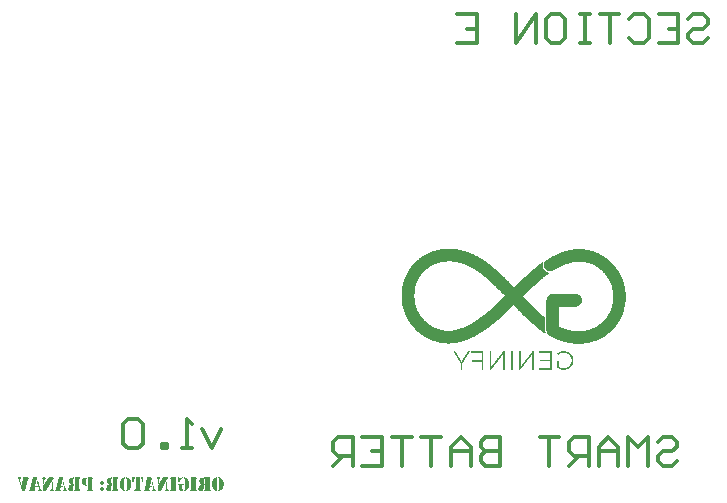
<source format=gbo>
G04*
G04 #@! TF.GenerationSoftware,Altium Limited,Altium Designer,20.1.8 (145)*
G04*
G04 Layer_Color=32896*
%FSLAX25Y25*%
%MOIN*%
G70*
G04*
G04 #@! TF.SameCoordinates,5DAE46FA-DCB4-4479-A142-53610109B6E0*
G04*
G04*
G04 #@! TF.FilePolarity,Positive*
G04*
G01*
G75*
%ADD56C,0.01181*%
G36*
X215131Y111664D02*
X216058D01*
Y111560D01*
X216780D01*
Y111457D01*
X217295D01*
Y111354D01*
X217707D01*
Y111251D01*
X218120D01*
Y111148D01*
X218429D01*
Y111045D01*
X218738D01*
Y110942D01*
X219047D01*
Y110839D01*
X219357D01*
Y110736D01*
X219563D01*
Y110633D01*
X219872D01*
Y110530D01*
X220078D01*
Y110427D01*
X220284D01*
Y110324D01*
X220594D01*
Y110221D01*
X220800D01*
Y110118D01*
X221006D01*
Y110014D01*
X221212D01*
Y109911D01*
X221418D01*
Y109808D01*
X221521D01*
Y109705D01*
X221727D01*
Y109602D01*
X221933D01*
Y109499D01*
X222036D01*
Y109396D01*
X222243D01*
Y109293D01*
X222449D01*
Y109190D01*
X222552D01*
Y109087D01*
X222758D01*
Y108984D01*
X222861D01*
Y108881D01*
X222964D01*
Y108778D01*
X223170D01*
Y108675D01*
X223273D01*
Y108572D01*
X223479D01*
Y108468D01*
X223583D01*
Y108365D01*
X223686D01*
Y108262D01*
X223789D01*
Y108159D01*
X223995D01*
Y108056D01*
X224098D01*
Y107953D01*
X224201D01*
Y107850D01*
X224304D01*
Y107747D01*
X224407D01*
Y107644D01*
X224510D01*
Y107541D01*
X224613D01*
Y107438D01*
X224716D01*
Y107335D01*
X224819D01*
Y107232D01*
X224922D01*
Y107129D01*
X225025D01*
Y107026D01*
X225129D01*
Y106922D01*
X225232D01*
Y106819D01*
X225335D01*
Y106716D01*
X225438D01*
Y106613D01*
X225541D01*
Y106510D01*
X225644D01*
Y106407D01*
X225747D01*
Y106304D01*
X225850D01*
Y106201D01*
X225953D01*
Y106098D01*
X226056D01*
Y105995D01*
Y105892D01*
X226159D01*
Y105789D01*
X226262D01*
Y105686D01*
X226365D01*
Y105582D01*
X226468D01*
Y105479D01*
Y105376D01*
X226571D01*
Y105273D01*
X226675D01*
Y105170D01*
X226778D01*
Y105067D01*
Y104964D01*
X226881D01*
Y104861D01*
X226984D01*
Y104758D01*
Y104655D01*
X227087D01*
Y104552D01*
X227190D01*
Y104449D01*
Y104346D01*
X227293D01*
Y104243D01*
X227396D01*
Y104139D01*
Y104036D01*
X227499D01*
Y103933D01*
Y103830D01*
X227602D01*
Y103727D01*
Y103624D01*
X227705D01*
Y103521D01*
X227808D01*
Y103418D01*
Y103315D01*
X227911D01*
Y103212D01*
Y103109D01*
X228014D01*
Y103006D01*
Y102903D01*
X228117D01*
Y102800D01*
Y102697D01*
X228221D01*
Y102594D01*
Y102490D01*
X228324D01*
Y102387D01*
Y102284D01*
Y102181D01*
X228427D01*
Y102078D01*
Y101975D01*
X228530D01*
Y101872D01*
Y101769D01*
X228633D01*
Y101666D01*
Y101563D01*
Y101460D01*
X228736D01*
Y101357D01*
Y101254D01*
Y101151D01*
X228839D01*
Y101048D01*
Y100944D01*
Y100841D01*
X228942D01*
Y100738D01*
Y100635D01*
Y100532D01*
X229045D01*
Y100429D01*
Y100326D01*
Y100223D01*
X229148D01*
Y100120D01*
Y100017D01*
Y99914D01*
Y99811D01*
X229251D01*
Y99708D01*
Y99604D01*
Y99501D01*
Y99398D01*
X229354D01*
Y99295D01*
Y99192D01*
Y99089D01*
Y98986D01*
Y98883D01*
X229457D01*
Y98780D01*
Y98677D01*
Y98574D01*
Y98471D01*
Y98368D01*
Y98265D01*
X229560D01*
Y98162D01*
Y98058D01*
Y97955D01*
Y97852D01*
Y97749D01*
Y97646D01*
Y97543D01*
Y97440D01*
X229664D01*
Y97337D01*
Y97234D01*
Y97131D01*
Y97028D01*
Y96925D01*
Y96822D01*
Y96719D01*
Y96615D01*
Y96512D01*
Y96409D01*
Y96306D01*
Y96203D01*
Y96100D01*
Y95997D01*
Y95894D01*
Y95791D01*
Y95688D01*
Y95585D01*
Y95482D01*
Y95379D01*
Y95276D01*
Y95173D01*
Y95069D01*
Y94966D01*
Y94863D01*
Y94760D01*
Y94657D01*
Y94554D01*
Y94451D01*
Y94348D01*
Y94245D01*
Y94142D01*
X229560D01*
Y94039D01*
Y93936D01*
Y93833D01*
Y93730D01*
Y93626D01*
Y93523D01*
Y93420D01*
X229457D01*
Y93317D01*
Y93214D01*
Y93111D01*
Y93008D01*
Y92905D01*
Y92802D01*
X229354D01*
Y92699D01*
Y92596D01*
Y92493D01*
Y92390D01*
Y92287D01*
X229251D01*
Y92184D01*
Y92080D01*
Y91977D01*
Y91874D01*
X229148D01*
Y91771D01*
Y91668D01*
Y91565D01*
Y91462D01*
X229045D01*
Y91359D01*
Y91256D01*
Y91153D01*
X228942D01*
Y91050D01*
Y90947D01*
Y90844D01*
X228839D01*
Y90741D01*
Y90637D01*
Y90534D01*
X228736D01*
Y90431D01*
Y90328D01*
Y90225D01*
X228633D01*
Y90122D01*
Y90019D01*
Y89916D01*
X228530D01*
Y89813D01*
Y89710D01*
X228427D01*
Y89607D01*
Y89504D01*
X228324D01*
Y89401D01*
Y89298D01*
Y89195D01*
X228221D01*
Y89091D01*
Y88988D01*
X228117D01*
Y88885D01*
Y88782D01*
X228014D01*
Y88679D01*
Y88576D01*
X227911D01*
Y88473D01*
Y88370D01*
X227808D01*
Y88267D01*
Y88164D01*
X227705D01*
Y88061D01*
X227602D01*
Y87958D01*
Y87855D01*
X227499D01*
Y87752D01*
Y87648D01*
X227396D01*
Y87545D01*
X227293D01*
Y87442D01*
Y87339D01*
X227190D01*
Y87236D01*
Y87133D01*
X227087D01*
Y87030D01*
X226984D01*
Y86927D01*
Y86824D01*
X226881D01*
Y86721D01*
X226778D01*
Y86618D01*
X226675D01*
Y86515D01*
Y86412D01*
X226571D01*
Y86309D01*
X226468D01*
Y86206D01*
Y86102D01*
X226365D01*
Y85999D01*
X226262D01*
Y85896D01*
X226159D01*
Y85793D01*
X226056D01*
Y85690D01*
X225953D01*
Y85587D01*
Y85484D01*
X225850D01*
Y85381D01*
X225747D01*
Y85278D01*
X225644D01*
Y85175D01*
X225541D01*
Y85072D01*
X225438D01*
Y84969D01*
X225335D01*
Y84866D01*
X225232D01*
Y84763D01*
X225129D01*
Y84659D01*
X225025D01*
Y84556D01*
X224922D01*
Y84453D01*
X224819D01*
Y84350D01*
X224716D01*
Y84247D01*
X224613D01*
Y84144D01*
X224510D01*
Y84041D01*
X224407D01*
Y83938D01*
X224304D01*
Y83835D01*
X224201D01*
Y83732D01*
X223995D01*
Y83629D01*
X223892D01*
Y83526D01*
X223789D01*
Y83423D01*
X223686D01*
Y83320D01*
X223479D01*
Y83217D01*
X223376D01*
Y83113D01*
X223273D01*
Y83010D01*
X223067D01*
Y82907D01*
X222964D01*
Y82804D01*
X222758D01*
Y82701D01*
X222655D01*
Y82598D01*
X222449D01*
Y82495D01*
X222243D01*
Y82392D01*
X222140D01*
Y82289D01*
X221933D01*
Y82186D01*
X221727D01*
Y82083D01*
X221521D01*
Y81980D01*
X221418D01*
Y81877D01*
X221212D01*
Y81774D01*
X220903D01*
Y81670D01*
X220696D01*
Y81567D01*
X220490D01*
Y81464D01*
X220284D01*
Y81361D01*
X219975D01*
Y81258D01*
X219769D01*
Y81155D01*
X219460D01*
Y81052D01*
X219150D01*
Y80949D01*
X218841D01*
Y80846D01*
X218429D01*
Y80743D01*
X218120D01*
Y80640D01*
X217604D01*
Y80537D01*
X217192D01*
Y80434D01*
X216574D01*
Y80330D01*
X215749D01*
Y80228D01*
X212039D01*
Y80330D01*
X211214D01*
Y80434D01*
X210596D01*
Y80537D01*
X210080D01*
Y80640D01*
X209668D01*
Y80743D01*
X209256D01*
Y80846D01*
X208844D01*
Y80949D01*
X208534D01*
Y81052D01*
X208225D01*
Y81155D01*
X207916D01*
Y81258D01*
X207607D01*
Y81361D01*
X207297D01*
Y81464D01*
X207091D01*
Y81567D01*
X206782D01*
Y81670D01*
X206576D01*
Y81774D01*
X206267D01*
Y81877D01*
X206061D01*
Y81980D01*
X205855D01*
Y82083D01*
X205648D01*
Y82186D01*
X205442D01*
Y82289D01*
X205236D01*
Y82392D01*
X205030D01*
Y82495D01*
X204824D01*
Y82598D01*
X204618D01*
Y82701D01*
X204412D01*
Y82804D01*
X204205D01*
Y82907D01*
X204102D01*
Y83010D01*
X203896D01*
Y83113D01*
X203793D01*
Y83217D01*
X203690D01*
Y83320D01*
Y83423D01*
X203587D01*
Y83526D01*
X203484D01*
Y83629D01*
Y83732D01*
X203381D01*
Y83835D01*
Y83938D01*
Y84041D01*
X203278D01*
Y84144D01*
Y84247D01*
Y84350D01*
Y84453D01*
Y84556D01*
X203175D01*
Y84659D01*
Y84763D01*
Y84866D01*
Y84969D01*
Y85072D01*
Y85175D01*
Y85278D01*
Y85381D01*
Y85484D01*
Y85587D01*
Y85690D01*
Y85793D01*
Y85896D01*
Y85999D01*
Y86102D01*
Y86206D01*
Y86309D01*
Y86412D01*
Y86515D01*
Y86618D01*
Y86721D01*
Y86824D01*
Y86927D01*
Y87030D01*
Y87133D01*
Y87236D01*
Y87339D01*
Y87442D01*
Y87545D01*
Y87648D01*
Y87752D01*
Y87855D01*
Y87958D01*
Y88061D01*
Y88164D01*
Y88267D01*
Y88370D01*
Y88473D01*
Y88576D01*
Y88679D01*
Y88782D01*
Y88885D01*
Y88988D01*
Y89091D01*
Y89195D01*
Y89298D01*
Y89401D01*
Y89504D01*
Y89607D01*
Y89710D01*
Y89813D01*
Y89916D01*
Y90019D01*
Y90122D01*
Y90225D01*
Y90328D01*
Y90431D01*
Y90534D01*
Y90637D01*
Y90741D01*
Y90844D01*
Y90947D01*
Y91050D01*
Y91153D01*
Y91256D01*
Y91359D01*
Y91462D01*
Y91565D01*
Y91668D01*
Y91771D01*
Y91874D01*
Y91977D01*
Y92080D01*
Y92184D01*
Y92287D01*
Y92390D01*
Y92493D01*
Y92596D01*
Y92699D01*
Y92802D01*
Y92905D01*
Y93008D01*
Y93111D01*
Y93214D01*
Y93317D01*
Y93420D01*
Y93523D01*
Y93626D01*
Y93730D01*
Y93833D01*
Y93936D01*
Y94039D01*
Y94142D01*
Y94245D01*
Y94348D01*
Y94451D01*
Y94554D01*
Y94657D01*
Y94760D01*
X203278D01*
Y94863D01*
Y94966D01*
Y95069D01*
Y95173D01*
Y95276D01*
X203381D01*
Y95379D01*
Y95482D01*
Y95585D01*
X203484D01*
Y95688D01*
Y95791D01*
X203587D01*
Y95894D01*
X203690D01*
Y95997D01*
X203793D01*
Y96100D01*
Y96203D01*
X203999D01*
Y96306D01*
X204102D01*
Y96409D01*
X204205D01*
Y96512D01*
X204412D01*
Y96615D01*
X204721D01*
Y96719D01*
X205133D01*
Y96822D01*
X213069D01*
Y96719D01*
X213585D01*
Y96615D01*
X213791D01*
Y96512D01*
X213997D01*
Y96409D01*
X214100D01*
Y96306D01*
X214306D01*
Y96203D01*
X214409D01*
Y96100D01*
X214512D01*
Y95997D01*
X214616D01*
Y95894D01*
Y95791D01*
X214719D01*
Y95688D01*
Y95585D01*
X214822D01*
Y95482D01*
Y95379D01*
X214925D01*
Y95276D01*
Y95173D01*
Y95069D01*
Y94966D01*
X215028D01*
Y94863D01*
Y94760D01*
Y94657D01*
Y94554D01*
Y94451D01*
Y94348D01*
X214925D01*
Y94245D01*
Y94142D01*
Y94039D01*
Y93936D01*
X214822D01*
Y93833D01*
Y93730D01*
X214719D01*
Y93626D01*
Y93523D01*
X214616D01*
Y93420D01*
X214512D01*
Y93317D01*
X214409D01*
Y93214D01*
X214306D01*
Y93111D01*
X214203D01*
Y93008D01*
X214100D01*
Y92905D01*
X213894D01*
Y92802D01*
X213688D01*
Y92699D01*
X213482D01*
Y92596D01*
X207504D01*
Y92493D01*
X207401D01*
Y92390D01*
Y92287D01*
Y92184D01*
Y92080D01*
Y91977D01*
Y91874D01*
Y91771D01*
Y91668D01*
Y91565D01*
Y91462D01*
Y91359D01*
Y91256D01*
Y91153D01*
Y91050D01*
Y90947D01*
Y90844D01*
Y90741D01*
Y90637D01*
Y90534D01*
Y90431D01*
Y90328D01*
Y90225D01*
Y90122D01*
Y90019D01*
Y89916D01*
Y89813D01*
Y89710D01*
Y89607D01*
Y89504D01*
Y89401D01*
Y89298D01*
Y89195D01*
Y89091D01*
Y88988D01*
Y88885D01*
Y88782D01*
Y88679D01*
Y88576D01*
Y88473D01*
Y88370D01*
Y88267D01*
Y88164D01*
Y88061D01*
Y87958D01*
Y87855D01*
Y87752D01*
Y87648D01*
Y87545D01*
Y87442D01*
Y87339D01*
Y87236D01*
Y87133D01*
Y87030D01*
Y86927D01*
Y86824D01*
Y86721D01*
Y86618D01*
Y86515D01*
Y86412D01*
Y86309D01*
Y86206D01*
Y86102D01*
Y85999D01*
Y85896D01*
X207607D01*
Y85793D01*
X207813D01*
Y85690D01*
X208019D01*
Y85587D01*
X208328D01*
Y85484D01*
X208534D01*
Y85381D01*
X208844D01*
Y85278D01*
X209050D01*
Y85175D01*
X209359D01*
Y85072D01*
X209668D01*
Y84969D01*
X210080D01*
Y84866D01*
X210493D01*
Y84763D01*
X210905D01*
Y84659D01*
X211420D01*
Y84556D01*
X212142D01*
Y84453D01*
X213482D01*
Y84350D01*
X214306D01*
Y84453D01*
X215646D01*
Y84556D01*
X216368D01*
Y84659D01*
X216883D01*
Y84763D01*
X217295D01*
Y84866D01*
X217604D01*
Y84969D01*
X217914D01*
Y85072D01*
X218223D01*
Y85175D01*
X218532D01*
Y85278D01*
X218738D01*
Y85381D01*
X218944D01*
Y85484D01*
X219150D01*
Y85587D01*
X219357D01*
Y85690D01*
X219563D01*
Y85793D01*
X219769D01*
Y85896D01*
X219975D01*
Y85999D01*
X220181D01*
Y86102D01*
X220284D01*
Y86206D01*
X220490D01*
Y86309D01*
X220594D01*
Y86412D01*
X220800D01*
Y86515D01*
X220903D01*
Y86618D01*
X221006D01*
Y86721D01*
X221212D01*
Y86824D01*
X221315D01*
Y86927D01*
X221418D01*
Y87030D01*
X221521D01*
Y87133D01*
X221624D01*
Y87236D01*
X221727D01*
Y87339D01*
X221933D01*
Y87442D01*
X222036D01*
Y87545D01*
X222140D01*
Y87648D01*
X222243D01*
Y87752D01*
X222346D01*
Y87855D01*
X222449D01*
Y87958D01*
X222552D01*
Y88061D01*
Y88164D01*
X222655D01*
Y88267D01*
X222758D01*
Y88370D01*
X222861D01*
Y88473D01*
X222964D01*
Y88576D01*
X223067D01*
Y88679D01*
Y88782D01*
X223170D01*
Y88885D01*
X223273D01*
Y88988D01*
X223376D01*
Y89091D01*
Y89195D01*
X223479D01*
Y89298D01*
X223583D01*
Y89401D01*
Y89504D01*
X223686D01*
Y89607D01*
X223789D01*
Y89710D01*
Y89813D01*
X223892D01*
Y89916D01*
Y90019D01*
X223995D01*
Y90122D01*
X224098D01*
Y90225D01*
Y90328D01*
X224201D01*
Y90431D01*
Y90534D01*
X224304D01*
Y90637D01*
Y90741D01*
X224407D01*
Y90844D01*
Y90947D01*
X224510D01*
Y91050D01*
Y91153D01*
Y91256D01*
X224613D01*
Y91359D01*
Y91462D01*
X224716D01*
Y91565D01*
Y91668D01*
X224819D01*
Y91771D01*
Y91874D01*
Y91977D01*
X224922D01*
Y92080D01*
Y92184D01*
Y92287D01*
X225025D01*
Y92390D01*
Y92493D01*
Y92596D01*
Y92699D01*
X225129D01*
Y92802D01*
Y92905D01*
Y93008D01*
Y93111D01*
X225232D01*
Y93214D01*
Y93317D01*
Y93420D01*
Y93523D01*
X225335D01*
Y93626D01*
Y93730D01*
Y93833D01*
Y93936D01*
Y94039D01*
Y94142D01*
Y94245D01*
X225438D01*
Y94348D01*
Y94451D01*
Y94554D01*
Y94657D01*
Y94760D01*
Y94863D01*
Y94966D01*
Y95069D01*
Y95173D01*
Y95276D01*
Y95379D01*
Y95482D01*
Y95585D01*
Y95688D01*
X225541D01*
Y95791D01*
Y95894D01*
Y95997D01*
X225438D01*
Y96100D01*
Y96203D01*
Y96306D01*
Y96409D01*
Y96512D01*
Y96615D01*
Y96719D01*
Y96822D01*
Y96925D01*
Y97028D01*
Y97131D01*
Y97234D01*
Y97337D01*
Y97440D01*
X225335D01*
Y97543D01*
Y97646D01*
Y97749D01*
Y97852D01*
Y97955D01*
Y98058D01*
X225232D01*
Y98162D01*
Y98265D01*
Y98368D01*
Y98471D01*
Y98574D01*
X225129D01*
Y98677D01*
Y98780D01*
Y98883D01*
Y98986D01*
X225025D01*
Y99089D01*
Y99192D01*
Y99295D01*
Y99398D01*
X224922D01*
Y99501D01*
Y99604D01*
Y99708D01*
X224819D01*
Y99811D01*
Y99914D01*
X224716D01*
Y100017D01*
Y100120D01*
Y100223D01*
X224613D01*
Y100326D01*
Y100429D01*
X224510D01*
Y100532D01*
Y100635D01*
Y100738D01*
X224407D01*
Y100841D01*
Y100944D01*
X224304D01*
Y101048D01*
Y101151D01*
X224201D01*
Y101254D01*
Y101357D01*
X224098D01*
Y101460D01*
Y101563D01*
X223995D01*
Y101666D01*
X223892D01*
Y101769D01*
Y101872D01*
X223789D01*
Y101975D01*
Y102078D01*
X223686D01*
Y102181D01*
X223583D01*
Y102284D01*
Y102387D01*
X223479D01*
Y102490D01*
X223376D01*
Y102594D01*
Y102697D01*
X223273D01*
Y102800D01*
X223170D01*
Y102903D01*
X223067D01*
Y103006D01*
Y103109D01*
X222964D01*
Y103212D01*
X222861D01*
Y103315D01*
X222758D01*
Y103418D01*
X222655D01*
Y103521D01*
Y103624D01*
X222552D01*
Y103727D01*
X222449D01*
Y103830D01*
X222346D01*
Y103933D01*
X222243D01*
Y104036D01*
X222140D01*
Y104139D01*
X222036D01*
Y104243D01*
X221933D01*
Y104346D01*
X221830D01*
Y104449D01*
X221727D01*
Y104552D01*
X221624D01*
Y104655D01*
X221521D01*
Y104758D01*
X221315D01*
Y104861D01*
X221212D01*
Y104964D01*
X221109D01*
Y105067D01*
X221006D01*
Y105170D01*
X220800D01*
Y105273D01*
X220696D01*
Y105376D01*
X220594D01*
Y105479D01*
X220387D01*
Y105582D01*
X220284D01*
Y105686D01*
X220078D01*
Y105789D01*
X219975D01*
Y105892D01*
X219769D01*
Y105995D01*
X219563D01*
Y106098D01*
X219357D01*
Y106201D01*
X219254D01*
Y106304D01*
X219047D01*
Y106407D01*
X218841D01*
Y106510D01*
X218635D01*
Y106613D01*
X218326D01*
Y106716D01*
X218120D01*
Y106819D01*
X217811D01*
Y106922D01*
X217604D01*
Y107026D01*
X217295D01*
Y107129D01*
X216883D01*
Y107232D01*
X216471D01*
Y107335D01*
X215955D01*
Y107438D01*
X215028D01*
Y107541D01*
X213276D01*
Y107438D01*
X212451D01*
Y107335D01*
X211833D01*
Y107232D01*
X211317D01*
Y107129D01*
X210905D01*
Y107026D01*
X210596D01*
Y106922D01*
X210286D01*
Y106819D01*
X209977D01*
Y106716D01*
X209668D01*
Y106613D01*
X209359D01*
Y106510D01*
X209153D01*
Y106407D01*
X208844D01*
Y106304D01*
X208637D01*
Y106201D01*
X208431D01*
Y106098D01*
X208225D01*
Y105995D01*
X208019D01*
Y105892D01*
X207813D01*
Y105789D01*
X207607D01*
Y105686D01*
X207401D01*
Y105582D01*
X207194D01*
Y105479D01*
X206988D01*
Y105376D01*
X206782D01*
Y105273D01*
X206576D01*
Y105170D01*
X206473D01*
Y105067D01*
X206267D01*
Y104964D01*
X206061D01*
Y104861D01*
X205958D01*
Y104758D01*
X205751D01*
Y104655D01*
X205545D01*
Y104552D01*
X205339D01*
Y104449D01*
X205133D01*
Y104346D01*
X204515D01*
Y104243D01*
X204412D01*
Y104346D01*
X203896D01*
Y104449D01*
X203587D01*
Y104552D01*
X203381D01*
Y104655D01*
X203278D01*
Y104758D01*
X203072D01*
Y104861D01*
X202969D01*
Y104964D01*
X202866D01*
Y105067D01*
Y105170D01*
X202763D01*
Y105273D01*
X202659D01*
Y105376D01*
Y105479D01*
X202556D01*
Y105582D01*
Y105686D01*
X202453D01*
Y105789D01*
Y105892D01*
Y105995D01*
Y106098D01*
X202350D01*
Y106201D01*
Y106304D01*
Y106407D01*
Y106510D01*
Y106613D01*
X202453D01*
Y106716D01*
Y106819D01*
Y106922D01*
Y107026D01*
X202556D01*
Y107129D01*
Y107232D01*
Y107335D01*
X202659D01*
Y107438D01*
Y107541D01*
X202763D01*
Y107644D01*
X202866D01*
Y107747D01*
X202969D01*
Y107850D01*
X203072D01*
Y107953D01*
X203175D01*
Y108056D01*
X203278D01*
Y108159D01*
X203381D01*
Y108262D01*
X203587D01*
Y108365D01*
X203793D01*
Y108468D01*
X203896D01*
Y108572D01*
X204102D01*
Y108675D01*
X204309D01*
Y108778D01*
X204412D01*
Y108881D01*
X204618D01*
Y108984D01*
X204824D01*
Y109087D01*
X205030D01*
Y109190D01*
X205236D01*
Y109293D01*
X205442D01*
Y109396D01*
X205648D01*
Y109499D01*
X205855D01*
Y109602D01*
X206061D01*
Y109705D01*
X206267D01*
Y109808D01*
X206473D01*
Y109911D01*
X206679D01*
Y110014D01*
X206885D01*
Y110118D01*
X207091D01*
Y110221D01*
X207401D01*
Y110324D01*
X207607D01*
Y110427D01*
X207916D01*
Y110530D01*
X208122D01*
Y110633D01*
X208431D01*
Y110736D01*
X208740D01*
Y110839D01*
X209050D01*
Y110942D01*
X209359D01*
Y111045D01*
X209771D01*
Y111148D01*
X210080D01*
Y111251D01*
X210493D01*
Y111354D01*
X211008D01*
Y111457D01*
X211523D01*
Y111560D01*
X212142D01*
Y111664D01*
X213173D01*
Y111767D01*
X215131D01*
Y111664D01*
D02*
G37*
G36*
X172048Y111767D02*
X173079D01*
Y111664D01*
X173800D01*
Y111560D01*
X174315D01*
Y111457D01*
X174831D01*
Y111354D01*
X175243D01*
Y111251D01*
X175655D01*
Y111148D01*
X175964D01*
Y111045D01*
X176274D01*
Y110942D01*
X176583D01*
Y110839D01*
X176892D01*
Y110736D01*
X177201D01*
Y110633D01*
X177510D01*
Y110530D01*
X177717D01*
Y110427D01*
X178026D01*
Y110324D01*
X178232D01*
Y110221D01*
X178541D01*
Y110118D01*
X178747D01*
Y110014D01*
X178954D01*
Y109911D01*
X179160D01*
Y109808D01*
X179366D01*
Y109705D01*
X179572D01*
Y109602D01*
X179778D01*
Y109499D01*
X179984D01*
Y109396D01*
X180190D01*
Y109293D01*
X180396D01*
Y109190D01*
X180603D01*
Y109087D01*
X180706D01*
Y108984D01*
X180912D01*
Y108881D01*
X181118D01*
Y108778D01*
X181221D01*
Y108675D01*
X181427D01*
Y108572D01*
X181633D01*
Y108468D01*
X181736D01*
Y108365D01*
X181942D01*
Y108262D01*
X182046D01*
Y108159D01*
X182252D01*
Y108056D01*
X182355D01*
Y107953D01*
X182561D01*
Y107850D01*
X182664D01*
Y107747D01*
X182870D01*
Y107644D01*
X182973D01*
Y107541D01*
X183179D01*
Y107438D01*
X183282D01*
Y107335D01*
X183386D01*
Y107232D01*
X183592D01*
Y107129D01*
X183695D01*
Y107026D01*
X183798D01*
Y106922D01*
X184004D01*
Y106819D01*
X184107D01*
Y106716D01*
X184210D01*
Y106613D01*
X184416D01*
Y106510D01*
X184519D01*
Y106407D01*
X184622D01*
Y106304D01*
X184725D01*
Y106201D01*
X184932D01*
Y106098D01*
X185035D01*
Y105995D01*
X185138D01*
Y105892D01*
X185241D01*
Y105789D01*
X185447D01*
Y105686D01*
X185550D01*
Y105582D01*
X185653D01*
Y105479D01*
X185756D01*
Y105376D01*
X185859D01*
Y105273D01*
X185962D01*
Y105170D01*
X186168D01*
Y105067D01*
X186271D01*
Y104964D01*
X186374D01*
Y104861D01*
X186477D01*
Y104758D01*
X186581D01*
Y104655D01*
X186684D01*
Y104552D01*
X186787D01*
Y104449D01*
X186993D01*
Y104346D01*
X187096D01*
Y104243D01*
X187199D01*
Y104139D01*
X187302D01*
Y104036D01*
X187405D01*
Y103933D01*
X187508D01*
Y103830D01*
X187611D01*
Y103727D01*
X187714D01*
Y103624D01*
X187817D01*
Y103521D01*
X187920D01*
Y103418D01*
X188024D01*
Y103315D01*
X188230D01*
Y103212D01*
X188333D01*
Y103109D01*
X188436D01*
Y103006D01*
X188539D01*
Y102903D01*
X188642D01*
Y102800D01*
X188745D01*
Y102697D01*
X188848D01*
Y102594D01*
X188951D01*
Y102490D01*
X189054D01*
Y102387D01*
X189157D01*
Y102284D01*
X189260D01*
Y102181D01*
X189364D01*
Y102078D01*
X189467D01*
Y101975D01*
X189570D01*
Y101872D01*
X189673D01*
Y101769D01*
X189776D01*
Y101666D01*
X189879D01*
Y101563D01*
X189982D01*
Y101460D01*
X190085D01*
Y101357D01*
X190188D01*
Y101254D01*
X190291D01*
Y101151D01*
X190394D01*
Y101048D01*
X190497D01*
Y100944D01*
X190600D01*
Y100841D01*
X190703D01*
Y100738D01*
X190806D01*
Y100635D01*
X190910D01*
Y100532D01*
X191013D01*
Y100429D01*
X191116D01*
Y100326D01*
X191219D01*
Y100223D01*
X191322D01*
Y100120D01*
X191425D01*
Y100017D01*
X191528D01*
Y99914D01*
X191631D01*
Y99811D01*
X191734D01*
Y99708D01*
X191837D01*
Y99604D01*
X191940D01*
Y99501D01*
X192043D01*
Y99398D01*
X192146D01*
Y99295D01*
X192249D01*
Y99192D01*
X192352D01*
Y99089D01*
X192559D01*
Y99192D01*
X192662D01*
Y99295D01*
X192765D01*
Y99398D01*
X192868D01*
Y99501D01*
X192971D01*
Y99604D01*
X193074D01*
Y99708D01*
X193177D01*
Y99811D01*
X193280D01*
Y99914D01*
X193383D01*
Y100017D01*
X193486D01*
Y100120D01*
X193589D01*
Y100223D01*
X193692D01*
Y100326D01*
X193796D01*
Y100429D01*
X193898D01*
Y100532D01*
X194002D01*
Y100635D01*
X194208D01*
Y100738D01*
X194311D01*
Y100841D01*
X194414D01*
Y100944D01*
X194517D01*
Y101048D01*
X194620D01*
Y101151D01*
X194723D01*
Y101254D01*
X194826D01*
Y101357D01*
X194929D01*
Y101460D01*
X195032D01*
Y101563D01*
X195135D01*
Y101666D01*
X195238D01*
Y101769D01*
X195342D01*
Y101872D01*
X195548D01*
Y101975D01*
X195651D01*
Y102078D01*
X195754D01*
Y102181D01*
X195857D01*
Y102284D01*
X195960D01*
Y102387D01*
X196063D01*
Y102490D01*
X196166D01*
Y102594D01*
X196269D01*
Y102697D01*
X196372D01*
Y102800D01*
X196475D01*
Y102903D01*
X196681D01*
Y103006D01*
X196784D01*
Y103109D01*
X196888D01*
Y103212D01*
X196991D01*
Y103315D01*
X197094D01*
Y103418D01*
X197197D01*
Y103521D01*
X197300D01*
Y103624D01*
X197403D01*
Y103727D01*
X197609D01*
Y103830D01*
X197712D01*
Y103933D01*
X197815D01*
Y104036D01*
X197918D01*
Y104139D01*
X198021D01*
Y104243D01*
X198124D01*
Y104346D01*
X198227D01*
Y104449D01*
X198434D01*
Y104552D01*
X198537D01*
Y104655D01*
X198640D01*
Y104758D01*
X198743D01*
Y104861D01*
X198846D01*
Y104964D01*
X198949D01*
Y105067D01*
X199155D01*
Y105170D01*
X199258D01*
Y105273D01*
X199361D01*
Y105376D01*
X199464D01*
Y105479D01*
X199567D01*
Y105582D01*
X199774D01*
Y105686D01*
X199877D01*
Y105789D01*
X199980D01*
Y105892D01*
X200083D01*
Y105995D01*
X200289D01*
Y106098D01*
X200392D01*
Y106201D01*
X200495D01*
Y106304D01*
X200598D01*
Y106407D01*
X200804D01*
Y106510D01*
X200907D01*
Y106613D01*
X201010D01*
Y106716D01*
X201216D01*
Y106819D01*
X201320D01*
Y106922D01*
X201423D01*
Y107026D01*
X201629D01*
Y107129D01*
X201732D01*
Y107232D01*
X201835D01*
Y107335D01*
X202041D01*
Y107438D01*
X202144D01*
Y107541D01*
X202247D01*
Y107438D01*
Y107335D01*
X202144D01*
Y107232D01*
Y107129D01*
Y107026D01*
X202041D01*
Y106922D01*
Y106819D01*
Y106716D01*
Y106613D01*
Y106510D01*
Y106407D01*
Y106304D01*
Y106201D01*
Y106098D01*
Y105995D01*
Y105892D01*
Y105789D01*
X202144D01*
Y105686D01*
Y105582D01*
Y105479D01*
X202247D01*
Y105376D01*
Y105273D01*
X202350D01*
Y105170D01*
Y105067D01*
X202453D01*
Y104964D01*
Y104861D01*
X202556D01*
Y104758D01*
X202659D01*
Y104655D01*
X202763D01*
Y104552D01*
X202866D01*
Y104449D01*
X202969D01*
Y104346D01*
X203175D01*
Y104243D01*
X203381D01*
Y104139D01*
X203587D01*
Y104036D01*
X203896D01*
Y103933D01*
X204412D01*
Y103830D01*
X204309D01*
Y103727D01*
X204102D01*
Y103624D01*
X203999D01*
Y103521D01*
X203896D01*
Y103418D01*
X203690D01*
Y103315D01*
X203587D01*
Y103212D01*
X203484D01*
Y103109D01*
X203278D01*
Y103006D01*
X203175D01*
Y102903D01*
X203072D01*
Y102800D01*
X202969D01*
Y102697D01*
X202763D01*
Y102594D01*
X202659D01*
Y102490D01*
X202556D01*
Y102387D01*
X202453D01*
Y102284D01*
X202247D01*
Y102181D01*
X202144D01*
Y102078D01*
X202041D01*
Y101975D01*
X201938D01*
Y101872D01*
X201835D01*
Y101769D01*
X201732D01*
Y101666D01*
X201526D01*
Y101563D01*
X201423D01*
Y101460D01*
X201320D01*
Y101357D01*
X201216D01*
Y101254D01*
X201113D01*
Y101151D01*
X201010D01*
Y101048D01*
X200804D01*
Y100944D01*
X200701D01*
Y100841D01*
X200598D01*
Y100738D01*
X200495D01*
Y100635D01*
X200392D01*
Y100532D01*
X200289D01*
Y100429D01*
X200186D01*
Y100326D01*
X199980D01*
Y100223D01*
X199877D01*
Y100120D01*
X199774D01*
Y100017D01*
X199670D01*
Y99914D01*
X199567D01*
Y99811D01*
X199464D01*
Y99708D01*
X199361D01*
Y99604D01*
X199258D01*
Y99501D01*
X199052D01*
Y99398D01*
X198949D01*
Y99295D01*
X198846D01*
Y99192D01*
X198743D01*
Y99089D01*
X198640D01*
Y98986D01*
X198537D01*
Y98883D01*
X198434D01*
Y98780D01*
X198330D01*
Y98677D01*
X198227D01*
Y98574D01*
X198124D01*
Y98471D01*
X198021D01*
Y98368D01*
X197815D01*
Y98265D01*
X197712D01*
Y98162D01*
X197609D01*
Y98058D01*
X197506D01*
Y97955D01*
X197403D01*
Y97852D01*
X197300D01*
Y97749D01*
X197197D01*
Y97646D01*
X197094D01*
Y97543D01*
X196991D01*
Y97440D01*
X196888D01*
Y97337D01*
X196784D01*
Y97234D01*
X196681D01*
Y97131D01*
X196578D01*
Y97028D01*
X196372D01*
Y96925D01*
X196269D01*
Y96822D01*
X196166D01*
Y96719D01*
X196063D01*
Y96615D01*
X195960D01*
Y96512D01*
X195857D01*
Y96409D01*
X195754D01*
Y96306D01*
X195651D01*
Y96203D01*
X195548D01*
Y96100D01*
X195445D01*
Y95997D01*
Y95894D01*
Y95791D01*
X195548D01*
Y95688D01*
X195651D01*
Y95585D01*
X195754D01*
Y95482D01*
X195857D01*
Y95379D01*
X195960D01*
Y95276D01*
X196063D01*
Y95173D01*
X196166D01*
Y95069D01*
X196269D01*
Y94966D01*
X196372D01*
Y94863D01*
X196475D01*
Y94760D01*
X196578D01*
Y94657D01*
X196681D01*
Y94554D01*
X196784D01*
Y94451D01*
X196888D01*
Y94348D01*
X196991D01*
Y94245D01*
X197094D01*
Y94142D01*
X197197D01*
Y94039D01*
X197300D01*
Y93936D01*
X197403D01*
Y93833D01*
X197506D01*
Y93730D01*
X197609D01*
Y93626D01*
X197712D01*
Y93523D01*
X197815D01*
Y93420D01*
X197918D01*
Y93317D01*
X198021D01*
Y93214D01*
X198124D01*
Y93111D01*
X198227D01*
Y93008D01*
X198330D01*
Y92905D01*
X198434D01*
Y92802D01*
X198537D01*
Y92699D01*
X198640D01*
Y92596D01*
X198743D01*
Y92493D01*
X198846D01*
Y92390D01*
X198949D01*
Y92287D01*
X199052D01*
Y92184D01*
X199155D01*
Y92080D01*
X199258D01*
Y91977D01*
X199361D01*
Y91874D01*
X199464D01*
Y91771D01*
X199567D01*
Y91668D01*
X199670D01*
Y91565D01*
X199774D01*
Y91462D01*
X199877D01*
Y91359D01*
X199980D01*
Y91256D01*
X200083D01*
Y91153D01*
X200186D01*
Y91050D01*
X200289D01*
Y90947D01*
X200392D01*
Y90844D01*
X200598D01*
Y90741D01*
X200701D01*
Y90637D01*
X200804D01*
Y90534D01*
X200907D01*
Y90431D01*
X201010D01*
Y90328D01*
X201113D01*
Y90225D01*
X201216D01*
Y90122D01*
X201320D01*
Y90019D01*
X201423D01*
Y89916D01*
X201629D01*
Y89813D01*
X201732D01*
Y89710D01*
X201835D01*
Y89607D01*
X201938D01*
Y89504D01*
X202041D01*
Y89401D01*
X202144D01*
Y89298D01*
X202350D01*
Y89195D01*
X202453D01*
Y89091D01*
X202556D01*
Y88988D01*
X202659D01*
Y88885D01*
X202866D01*
Y88782D01*
Y88679D01*
Y88576D01*
Y88473D01*
Y88370D01*
Y88267D01*
Y88164D01*
Y88061D01*
Y87958D01*
Y87855D01*
Y87752D01*
Y87648D01*
Y87545D01*
Y87442D01*
Y87339D01*
Y87236D01*
Y87133D01*
Y87030D01*
Y86927D01*
Y86824D01*
Y86721D01*
Y86618D01*
Y86515D01*
Y86412D01*
Y86309D01*
Y86206D01*
Y86102D01*
Y85999D01*
Y85896D01*
Y85793D01*
Y85690D01*
Y85587D01*
Y85484D01*
Y85381D01*
Y85278D01*
Y85175D01*
Y85072D01*
Y84969D01*
Y84866D01*
Y84763D01*
Y84659D01*
Y84556D01*
Y84453D01*
Y84350D01*
Y84247D01*
Y84144D01*
Y84041D01*
X202969D01*
Y83938D01*
Y83835D01*
Y83732D01*
X203072D01*
Y83629D01*
Y83526D01*
X202969D01*
Y83629D01*
X202763D01*
Y83732D01*
X202556D01*
Y83835D01*
X202453D01*
Y83938D01*
X202247D01*
Y84041D01*
X202144D01*
Y84144D01*
X201938D01*
Y84247D01*
X201835D01*
Y84350D01*
X201629D01*
Y84453D01*
X201526D01*
Y84556D01*
X201320D01*
Y84659D01*
X201216D01*
Y84763D01*
X201113D01*
Y84866D01*
X200907D01*
Y84969D01*
X200804D01*
Y85072D01*
X200701D01*
Y85175D01*
X200495D01*
Y85278D01*
X200392D01*
Y85381D01*
X200289D01*
Y85484D01*
X200186D01*
Y85587D01*
X199980D01*
Y85690D01*
X199877D01*
Y85793D01*
X199774D01*
Y85896D01*
X199670D01*
Y85999D01*
X199464D01*
Y86102D01*
X199361D01*
Y86206D01*
X199258D01*
Y86309D01*
X199155D01*
Y86412D01*
X199052D01*
Y86515D01*
X198949D01*
Y86618D01*
X198743D01*
Y86721D01*
X198640D01*
Y86824D01*
X198537D01*
Y86927D01*
X198434D01*
Y87030D01*
X198330D01*
Y87133D01*
X198227D01*
Y87236D01*
X198124D01*
Y87339D01*
X198021D01*
Y87442D01*
X197815D01*
Y87545D01*
X197712D01*
Y87648D01*
X197609D01*
Y87752D01*
X197506D01*
Y87855D01*
X197403D01*
Y87958D01*
X197300D01*
Y88061D01*
X197197D01*
Y88164D01*
X197094D01*
Y88267D01*
X196991D01*
Y88370D01*
X196888D01*
Y88473D01*
X196784D01*
Y88576D01*
X196681D01*
Y88679D01*
X196578D01*
Y88782D01*
X196475D01*
Y88885D01*
X196269D01*
Y88988D01*
X196166D01*
Y89091D01*
X196063D01*
Y89195D01*
X195960D01*
Y89298D01*
X195857D01*
Y89401D01*
X195754D01*
Y89504D01*
X195651D01*
Y89607D01*
X195548D01*
Y89710D01*
X195445D01*
Y89813D01*
X195342D01*
Y89916D01*
X195238D01*
Y90019D01*
X195135D01*
Y90122D01*
X195032D01*
Y90225D01*
X194929D01*
Y90328D01*
X194826D01*
Y90431D01*
X194723D01*
Y90534D01*
X194620D01*
Y90637D01*
X194517D01*
Y90741D01*
X194414D01*
Y90844D01*
X194311D01*
Y90947D01*
X194208D01*
Y91050D01*
X194105D01*
Y91153D01*
X194002D01*
Y91256D01*
X193898D01*
Y91359D01*
X193796D01*
Y91462D01*
X193692D01*
Y91565D01*
Y91668D01*
X193589D01*
Y91771D01*
X193486D01*
Y91874D01*
X193383D01*
Y91977D01*
X193280D01*
Y92080D01*
X193177D01*
Y92184D01*
X193074D01*
Y92287D01*
X192971D01*
Y92390D01*
X192868D01*
Y92493D01*
X192765D01*
Y92596D01*
X192662D01*
Y92699D01*
X192559D01*
Y92802D01*
X192456D01*
Y92905D01*
X192352D01*
Y93008D01*
X192249D01*
Y92905D01*
X192146D01*
Y92802D01*
X192043D01*
Y92699D01*
X191837D01*
Y92596D01*
X191734D01*
Y92493D01*
X191631D01*
Y92390D01*
X191528D01*
Y92287D01*
X191425D01*
Y92184D01*
X191322D01*
Y92080D01*
X191219D01*
Y91977D01*
X191116D01*
Y91874D01*
X191013D01*
Y91771D01*
X190910D01*
Y91668D01*
X190806D01*
Y91565D01*
X190703D01*
Y91462D01*
X190600D01*
Y91359D01*
X190497D01*
Y91256D01*
X190394D01*
Y91153D01*
X190291D01*
Y91050D01*
X190188D01*
Y90947D01*
X190085D01*
Y90844D01*
X189982D01*
Y90741D01*
X189879D01*
Y90637D01*
X189776D01*
Y90534D01*
X189673D01*
Y90431D01*
X189570D01*
Y90328D01*
X189467D01*
Y90225D01*
X189364D01*
Y90122D01*
X189260D01*
Y90019D01*
X189157D01*
Y89916D01*
X188951D01*
Y89813D01*
X188848D01*
Y89710D01*
X188745D01*
Y89607D01*
X188642D01*
Y89504D01*
X188539D01*
Y89401D01*
X188436D01*
Y89298D01*
X188333D01*
Y89195D01*
X188230D01*
Y89091D01*
X188127D01*
Y88988D01*
X188024D01*
Y88885D01*
X187920D01*
Y88782D01*
X187817D01*
Y88679D01*
X187714D01*
Y88576D01*
X187611D01*
Y88473D01*
X187405D01*
Y88370D01*
X187302D01*
Y88267D01*
X187199D01*
Y88164D01*
X187096D01*
Y88061D01*
X186993D01*
Y87958D01*
X186787D01*
Y87855D01*
X186684D01*
Y87752D01*
X186581D01*
Y87648D01*
X186477D01*
Y87545D01*
X186374D01*
Y87442D01*
X186168D01*
Y87339D01*
X186065D01*
Y87236D01*
X185962D01*
Y87133D01*
X185859D01*
Y87030D01*
X185653D01*
Y86927D01*
X185550D01*
Y86824D01*
X185447D01*
Y86721D01*
X185344D01*
Y86618D01*
X185138D01*
Y86515D01*
X185035D01*
Y86412D01*
X184932D01*
Y86309D01*
X184725D01*
Y86206D01*
X184622D01*
Y86102D01*
X184519D01*
Y85999D01*
X184416D01*
Y85896D01*
X184210D01*
Y85793D01*
X184107D01*
Y85690D01*
X184004D01*
Y85587D01*
X183798D01*
Y85484D01*
X183695D01*
Y85381D01*
X183489D01*
Y85278D01*
X183386D01*
Y85175D01*
X183282D01*
Y85072D01*
X183076D01*
Y84969D01*
X182973D01*
Y84866D01*
X182767D01*
Y84763D01*
X182664D01*
Y84659D01*
X182458D01*
Y84556D01*
X182355D01*
Y84453D01*
X182149D01*
Y84350D01*
X182046D01*
Y84247D01*
X181839D01*
Y84144D01*
X181736D01*
Y84041D01*
X181530D01*
Y83938D01*
X181427D01*
Y83835D01*
X181221D01*
Y83732D01*
X181118D01*
Y83629D01*
X180912D01*
Y83526D01*
X180706D01*
Y83423D01*
X180603D01*
Y83320D01*
X180396D01*
Y83217D01*
X180190D01*
Y83113D01*
X179984D01*
Y83010D01*
X179881D01*
Y82907D01*
X179675D01*
Y82804D01*
X179469D01*
Y82701D01*
X179263D01*
Y82598D01*
X179057D01*
Y82495D01*
X178850D01*
Y82392D01*
X178644D01*
Y82289D01*
X178438D01*
Y82186D01*
X178232D01*
Y82083D01*
X178026D01*
Y81980D01*
X177717D01*
Y81877D01*
X177510D01*
Y81774D01*
X177304D01*
Y81670D01*
X176995D01*
Y81567D01*
X176789D01*
Y81464D01*
X176480D01*
Y81361D01*
X176171D01*
Y81258D01*
X175861D01*
Y81155D01*
X175552D01*
Y81052D01*
X175243D01*
Y80949D01*
X174934D01*
Y80846D01*
X174522D01*
Y80743D01*
X174109D01*
Y80640D01*
X173594D01*
Y80537D01*
X173079D01*
Y80434D01*
X172357D01*
Y80330D01*
X171017D01*
Y80228D01*
X169986D01*
Y80330D01*
X168750D01*
Y80434D01*
X168028D01*
Y80537D01*
X167513D01*
Y80640D01*
X166998D01*
Y80743D01*
X166585D01*
Y80846D01*
X166276D01*
Y80949D01*
X165967D01*
Y81052D01*
X165657D01*
Y81155D01*
X165348D01*
Y81258D01*
X165039D01*
Y81361D01*
X164833D01*
Y81464D01*
X164627D01*
Y81567D01*
X164318D01*
Y81670D01*
X164111D01*
Y81774D01*
X163905D01*
Y81877D01*
X163699D01*
Y81980D01*
X163493D01*
Y82083D01*
X163287D01*
Y82186D01*
X163081D01*
Y82289D01*
X162978D01*
Y82392D01*
X162772D01*
Y82495D01*
X162566D01*
Y82598D01*
X162462D01*
Y82701D01*
X162256D01*
Y82804D01*
X162153D01*
Y82907D01*
X161947D01*
Y83010D01*
X161844D01*
Y83113D01*
X161638D01*
Y83217D01*
X161535D01*
Y83320D01*
X161329D01*
Y83423D01*
X161226D01*
Y83526D01*
X161123D01*
Y83629D01*
X161019D01*
Y83732D01*
X160813D01*
Y83835D01*
X160710D01*
Y83938D01*
X160607D01*
Y84041D01*
X160504D01*
Y84144D01*
X160401D01*
Y84247D01*
X160195D01*
Y84350D01*
X160092D01*
Y84453D01*
X159989D01*
Y84556D01*
X159886D01*
Y84659D01*
X159783D01*
Y84763D01*
X159679D01*
Y84866D01*
X159576D01*
Y84969D01*
X159473D01*
Y85072D01*
X159370D01*
Y85175D01*
X159267D01*
Y85278D01*
X159164D01*
Y85381D01*
X159061D01*
Y85484D01*
X158958D01*
Y85587D01*
Y85690D01*
X158855D01*
Y85793D01*
X158752D01*
Y85896D01*
X158649D01*
Y85999D01*
X158546D01*
Y86102D01*
X158443D01*
Y86206D01*
Y86309D01*
X158340D01*
Y86412D01*
X158237D01*
Y86515D01*
X158133D01*
Y86618D01*
X158030D01*
Y86721D01*
Y86824D01*
X157927D01*
Y86927D01*
X157824D01*
Y87030D01*
Y87133D01*
X157721D01*
Y87236D01*
X157618D01*
Y87339D01*
Y87442D01*
X157515D01*
Y87545D01*
X157412D01*
Y87648D01*
Y87752D01*
X157309D01*
Y87855D01*
X157206D01*
Y87958D01*
Y88061D01*
X157103D01*
Y88164D01*
Y88267D01*
X157000D01*
Y88370D01*
X156897D01*
Y88473D01*
Y88576D01*
X156794D01*
Y88679D01*
Y88782D01*
X156691D01*
Y88885D01*
Y88988D01*
X156588D01*
Y89091D01*
Y89195D01*
X156484D01*
Y89298D01*
Y89401D01*
X156381D01*
Y89504D01*
Y89607D01*
X156278D01*
Y89710D01*
Y89813D01*
Y89916D01*
X156175D01*
Y90019D01*
Y90122D01*
X156072D01*
Y90225D01*
Y90328D01*
Y90431D01*
X155969D01*
Y90534D01*
Y90637D01*
Y90741D01*
X155866D01*
Y90844D01*
Y90947D01*
X155763D01*
Y91050D01*
Y91153D01*
Y91256D01*
X155660D01*
Y91359D01*
Y91462D01*
Y91565D01*
Y91668D01*
X155557D01*
Y91771D01*
Y91874D01*
Y91977D01*
X155454D01*
Y92080D01*
Y92184D01*
Y92287D01*
Y92390D01*
X155351D01*
Y92493D01*
Y92596D01*
Y92699D01*
Y92802D01*
X155247D01*
Y92905D01*
Y93008D01*
Y93111D01*
Y93214D01*
Y93317D01*
Y93420D01*
X155145D01*
Y93523D01*
Y93626D01*
Y93730D01*
Y93833D01*
Y93936D01*
Y94039D01*
X155041D01*
Y94142D01*
Y94245D01*
Y94348D01*
Y94451D01*
Y94554D01*
Y94657D01*
Y94760D01*
Y94863D01*
Y94966D01*
X154938D01*
Y95069D01*
Y95173D01*
Y95276D01*
Y95379D01*
Y95482D01*
Y95585D01*
Y95688D01*
Y95791D01*
Y95894D01*
Y95997D01*
Y96100D01*
Y96203D01*
Y96306D01*
Y96409D01*
Y96512D01*
Y96615D01*
Y96719D01*
Y96822D01*
Y96925D01*
Y97028D01*
Y97131D01*
Y97234D01*
Y97337D01*
Y97440D01*
X155041D01*
Y97543D01*
Y97646D01*
Y97749D01*
Y97852D01*
Y97955D01*
Y98058D01*
Y98162D01*
Y98265D01*
Y98368D01*
X155145D01*
Y98471D01*
Y98574D01*
Y98677D01*
Y98780D01*
Y98883D01*
Y98986D01*
X155247D01*
Y99089D01*
Y99192D01*
Y99295D01*
Y99398D01*
Y99501D01*
X155351D01*
Y99604D01*
Y99708D01*
Y99811D01*
Y99914D01*
Y100017D01*
X155454D01*
Y100120D01*
Y100223D01*
Y100326D01*
Y100429D01*
X155557D01*
Y100532D01*
Y100635D01*
Y100738D01*
X155660D01*
Y100841D01*
Y100944D01*
Y101048D01*
X155763D01*
Y101151D01*
Y101254D01*
Y101357D01*
X155866D01*
Y101460D01*
Y101563D01*
Y101666D01*
X155969D01*
Y101769D01*
Y101872D01*
Y101975D01*
X156072D01*
Y102078D01*
Y102181D01*
X156175D01*
Y102284D01*
Y102387D01*
Y102490D01*
X156278D01*
Y102594D01*
Y102697D01*
X156381D01*
Y102800D01*
Y102903D01*
X156484D01*
Y103006D01*
Y103109D01*
X156588D01*
Y103212D01*
Y103315D01*
Y103418D01*
X156691D01*
Y103521D01*
X156794D01*
Y103624D01*
Y103727D01*
X156897D01*
Y103830D01*
Y103933D01*
X157000D01*
Y104036D01*
Y104139D01*
X157103D01*
Y104243D01*
Y104346D01*
X157206D01*
Y104449D01*
X157309D01*
Y104552D01*
Y104655D01*
X157412D01*
Y104758D01*
X157515D01*
Y104861D01*
Y104964D01*
X157618D01*
Y105067D01*
Y105170D01*
X157721D01*
Y105273D01*
X157824D01*
Y105376D01*
X157927D01*
Y105479D01*
Y105582D01*
X158030D01*
Y105686D01*
X158133D01*
Y105789D01*
X158237D01*
Y105892D01*
Y105995D01*
X158340D01*
Y106098D01*
X158443D01*
Y106201D01*
X158546D01*
Y106304D01*
X158649D01*
Y106407D01*
Y106510D01*
X158752D01*
Y106613D01*
X158855D01*
Y106716D01*
X158958D01*
Y106819D01*
X159061D01*
Y106922D01*
X159164D01*
Y107026D01*
X159267D01*
Y107129D01*
X159370D01*
Y107232D01*
X159473D01*
Y107335D01*
X159576D01*
Y107438D01*
X159679D01*
Y107541D01*
X159783D01*
Y107644D01*
X159886D01*
Y107747D01*
X159989D01*
Y107850D01*
X160092D01*
Y107953D01*
X160195D01*
Y108056D01*
X160298D01*
Y108159D01*
X160401D01*
Y108262D01*
X160607D01*
Y108365D01*
X160710D01*
Y108468D01*
X160813D01*
Y108572D01*
X160916D01*
Y108675D01*
X161123D01*
Y108778D01*
X161226D01*
Y108881D01*
X161329D01*
Y108984D01*
X161535D01*
Y109087D01*
X161638D01*
Y109190D01*
X161844D01*
Y109293D01*
X161947D01*
Y109396D01*
X162153D01*
Y109499D01*
X162256D01*
Y109602D01*
X162462D01*
Y109705D01*
X162669D01*
Y109808D01*
X162772D01*
Y109911D01*
X162978D01*
Y110014D01*
X163184D01*
Y110118D01*
X163390D01*
Y110221D01*
X163596D01*
Y110324D01*
X163802D01*
Y110427D01*
X164008D01*
Y110530D01*
X164318D01*
Y110633D01*
X164524D01*
Y110736D01*
X164833D01*
Y110839D01*
X165039D01*
Y110942D01*
X165348D01*
Y111045D01*
X165657D01*
Y111148D01*
X165967D01*
Y111251D01*
X166379D01*
Y111354D01*
X166791D01*
Y111457D01*
X167204D01*
Y111560D01*
X167822D01*
Y111664D01*
X168440D01*
Y111767D01*
X169471D01*
Y111870D01*
X172048D01*
Y111767D01*
D02*
G37*
G36*
X177717Y77548D02*
X177614D01*
Y77445D01*
X177510D01*
Y77342D01*
Y77239D01*
X177407D01*
Y77135D01*
X177304D01*
Y77032D01*
Y76929D01*
X177201D01*
Y76826D01*
Y76723D01*
X177098D01*
Y76620D01*
X176995D01*
Y76517D01*
Y76414D01*
X176892D01*
Y76311D01*
Y76208D01*
X176789D01*
Y76105D01*
X176686D01*
Y76002D01*
Y75899D01*
X176583D01*
Y75796D01*
Y75692D01*
X176480D01*
Y75589D01*
X176377D01*
Y75486D01*
Y75383D01*
X176274D01*
Y75280D01*
X176171D01*
Y75177D01*
Y75074D01*
X176068D01*
Y74971D01*
Y74868D01*
X175964D01*
Y74765D01*
X175861D01*
Y74662D01*
Y74559D01*
X175758D01*
Y74456D01*
Y74353D01*
X175655D01*
Y74250D01*
X175552D01*
Y74146D01*
Y74043D01*
X175449D01*
Y73940D01*
Y73837D01*
X175346D01*
Y73734D01*
X175243D01*
Y73631D01*
Y73528D01*
Y73425D01*
Y73322D01*
Y73219D01*
Y73116D01*
Y73013D01*
Y72910D01*
Y72807D01*
Y72703D01*
Y72600D01*
Y72497D01*
Y72394D01*
Y72291D01*
Y72188D01*
Y72085D01*
Y71982D01*
Y71879D01*
Y71776D01*
Y71673D01*
Y71570D01*
X174728D01*
Y71673D01*
Y71776D01*
Y71879D01*
Y71982D01*
Y72085D01*
Y72188D01*
Y72291D01*
Y72394D01*
Y72497D01*
Y72600D01*
Y72703D01*
Y72807D01*
Y72910D01*
Y73013D01*
Y73116D01*
Y73219D01*
Y73322D01*
Y73425D01*
Y73528D01*
Y73631D01*
X174625D01*
Y73734D01*
Y73837D01*
X174522D01*
Y73940D01*
Y74043D01*
X174418D01*
Y74146D01*
X174315D01*
Y74250D01*
Y74353D01*
X174212D01*
Y74456D01*
Y74559D01*
X174109D01*
Y74662D01*
X174006D01*
Y74765D01*
Y74868D01*
X173903D01*
Y74971D01*
X173800D01*
Y75074D01*
Y75177D01*
X173697D01*
Y75280D01*
Y75383D01*
X173594D01*
Y75486D01*
X173491D01*
Y75589D01*
Y75692D01*
X173388D01*
Y75796D01*
Y75899D01*
X173285D01*
Y76002D01*
X173182D01*
Y76105D01*
Y76208D01*
X173079D01*
Y76311D01*
Y76414D01*
X172976D01*
Y76517D01*
X172872D01*
Y76620D01*
Y76723D01*
X172769D01*
Y76826D01*
X172666D01*
Y76929D01*
Y77032D01*
X172563D01*
Y77135D01*
Y77239D01*
X172460D01*
Y77342D01*
X172357D01*
Y77445D01*
Y77548D01*
X172254D01*
Y77651D01*
X172872D01*
Y77548D01*
Y77445D01*
X172976D01*
Y77342D01*
X173079D01*
Y77239D01*
Y77135D01*
X173182D01*
Y77032D01*
X173285D01*
Y76929D01*
Y76826D01*
X173388D01*
Y76723D01*
Y76620D01*
X173491D01*
Y76517D01*
X173594D01*
Y76414D01*
Y76311D01*
X173697D01*
Y76208D01*
Y76105D01*
X173800D01*
Y76002D01*
X173903D01*
Y75899D01*
Y75796D01*
X174006D01*
Y75692D01*
Y75589D01*
X174109D01*
Y75486D01*
X174212D01*
Y75383D01*
Y75280D01*
X174315D01*
Y75177D01*
Y75074D01*
X174418D01*
Y74971D01*
X174522D01*
Y74868D01*
Y74765D01*
X174625D01*
Y74662D01*
X174728D01*
Y74559D01*
Y74456D01*
X174831D01*
Y74353D01*
Y74250D01*
X175037D01*
Y74353D01*
Y74456D01*
X175140D01*
Y74559D01*
X175243D01*
Y74662D01*
Y74765D01*
X175346D01*
Y74868D01*
X175449D01*
Y74971D01*
Y75074D01*
X175552D01*
Y75177D01*
Y75280D01*
X175655D01*
Y75383D01*
X175758D01*
Y75486D01*
Y75589D01*
X175861D01*
Y75692D01*
Y75796D01*
X175964D01*
Y75899D01*
X176068D01*
Y76002D01*
Y76105D01*
X176171D01*
Y76208D01*
Y76311D01*
X176274D01*
Y76414D01*
X176377D01*
Y76517D01*
Y76620D01*
X176480D01*
Y76723D01*
X176583D01*
Y76826D01*
Y76929D01*
X176686D01*
Y77032D01*
Y77135D01*
X176789D01*
Y77239D01*
X176892D01*
Y77342D01*
Y77445D01*
X176995D01*
Y77548D01*
Y77651D01*
X177717D01*
Y77548D01*
D02*
G37*
G36*
X189364D02*
Y77445D01*
Y77342D01*
Y77239D01*
Y77135D01*
Y77032D01*
Y76929D01*
Y76826D01*
Y76723D01*
Y76620D01*
Y76517D01*
Y76414D01*
Y76311D01*
Y76208D01*
Y76105D01*
Y76002D01*
Y75899D01*
Y75796D01*
Y75692D01*
Y75589D01*
Y75486D01*
Y75383D01*
Y75280D01*
Y75177D01*
Y75074D01*
Y74971D01*
Y74868D01*
Y74765D01*
Y74662D01*
Y74559D01*
Y74456D01*
Y74353D01*
Y74250D01*
Y74146D01*
Y74043D01*
Y73940D01*
Y73837D01*
Y73734D01*
Y73631D01*
Y73528D01*
Y73425D01*
Y73322D01*
Y73219D01*
Y73116D01*
Y73013D01*
Y72910D01*
Y72807D01*
Y72703D01*
Y72600D01*
Y72497D01*
Y72394D01*
Y72291D01*
Y72188D01*
Y72085D01*
Y71982D01*
Y71879D01*
Y71776D01*
Y71673D01*
Y71570D01*
X188745D01*
Y71673D01*
Y71776D01*
Y71879D01*
Y71982D01*
Y72085D01*
Y72188D01*
Y72291D01*
Y72394D01*
Y72497D01*
Y72600D01*
Y72703D01*
Y72807D01*
Y72910D01*
Y73013D01*
Y73116D01*
Y73219D01*
Y73322D01*
Y73425D01*
Y73528D01*
Y73631D01*
Y73734D01*
Y73837D01*
Y73940D01*
Y74043D01*
Y74146D01*
Y74250D01*
Y74353D01*
Y74456D01*
Y74559D01*
Y74662D01*
Y74765D01*
Y74868D01*
Y74971D01*
Y75074D01*
Y75177D01*
Y75280D01*
Y75383D01*
Y75486D01*
Y75589D01*
Y75692D01*
Y75796D01*
Y75899D01*
Y76002D01*
Y76105D01*
Y76208D01*
Y76311D01*
Y76414D01*
Y76517D01*
X188642D01*
Y76414D01*
X188539D01*
Y76311D01*
Y76208D01*
X188436D01*
Y76105D01*
X188333D01*
Y76002D01*
X188230D01*
Y75899D01*
X188127D01*
Y75796D01*
Y75692D01*
X188024D01*
Y75589D01*
X187920D01*
Y75486D01*
X187817D01*
Y75383D01*
Y75280D01*
X187714D01*
Y75177D01*
X187611D01*
Y75074D01*
X187508D01*
Y74971D01*
X187405D01*
Y74868D01*
Y74765D01*
X187302D01*
Y74662D01*
X187199D01*
Y74559D01*
X187096D01*
Y74456D01*
X186993D01*
Y74353D01*
Y74250D01*
X186890D01*
Y74146D01*
X186787D01*
Y74043D01*
X186684D01*
Y73940D01*
X186581D01*
Y73837D01*
Y73734D01*
X186477D01*
Y73631D01*
X186374D01*
Y73528D01*
X186271D01*
Y73425D01*
X186168D01*
Y73322D01*
Y73219D01*
X186065D01*
Y73116D01*
X185962D01*
Y73013D01*
X185859D01*
Y72910D01*
Y72807D01*
X185756D01*
Y72703D01*
X185653D01*
Y72600D01*
X185550D01*
Y72497D01*
X185447D01*
Y72394D01*
Y72291D01*
X185344D01*
Y72188D01*
X185241D01*
Y72085D01*
X185138D01*
Y71982D01*
X185035D01*
Y71879D01*
Y71776D01*
X184932D01*
Y71673D01*
X184828D01*
Y71570D01*
X184313D01*
Y71673D01*
Y71776D01*
Y71879D01*
Y71982D01*
Y72085D01*
Y72188D01*
Y72291D01*
Y72394D01*
Y72497D01*
Y72600D01*
Y72703D01*
Y72807D01*
Y72910D01*
Y73013D01*
Y73116D01*
Y73219D01*
Y73322D01*
Y73425D01*
Y73528D01*
Y73631D01*
Y73734D01*
Y73837D01*
Y73940D01*
Y74043D01*
Y74146D01*
Y74250D01*
Y74353D01*
Y74456D01*
Y74559D01*
Y74662D01*
Y74765D01*
Y74868D01*
Y74971D01*
Y75074D01*
Y75177D01*
Y75280D01*
Y75383D01*
Y75486D01*
Y75589D01*
Y75692D01*
Y75796D01*
Y75899D01*
Y76002D01*
Y76105D01*
Y76208D01*
Y76311D01*
Y76414D01*
Y76517D01*
Y76620D01*
Y76723D01*
Y76826D01*
Y76929D01*
Y77032D01*
Y77135D01*
Y77239D01*
Y77342D01*
Y77445D01*
Y77548D01*
Y77651D01*
X184828D01*
Y77548D01*
Y77445D01*
Y77342D01*
Y77239D01*
Y77135D01*
Y77032D01*
Y76929D01*
Y76826D01*
Y76723D01*
Y76620D01*
Y76517D01*
Y76414D01*
Y76311D01*
Y76208D01*
Y76105D01*
Y76002D01*
Y75899D01*
Y75796D01*
Y75692D01*
Y75589D01*
Y75486D01*
Y75383D01*
Y75280D01*
Y75177D01*
Y75074D01*
Y74971D01*
Y74868D01*
Y74765D01*
Y74662D01*
Y74559D01*
Y74456D01*
Y74353D01*
Y74250D01*
Y74146D01*
Y74043D01*
Y73940D01*
Y73837D01*
Y73734D01*
Y73631D01*
Y73528D01*
Y73425D01*
Y73322D01*
Y73219D01*
Y73116D01*
Y73013D01*
Y72910D01*
Y72807D01*
X185035D01*
Y72910D01*
X185138D01*
Y73013D01*
X185241D01*
Y73116D01*
X185344D01*
Y73219D01*
Y73322D01*
X185447D01*
Y73425D01*
X185550D01*
Y73528D01*
X185653D01*
Y73631D01*
X185756D01*
Y73734D01*
Y73837D01*
X185859D01*
Y73940D01*
X185962D01*
Y74043D01*
X186065D01*
Y74146D01*
X186168D01*
Y74250D01*
Y74353D01*
X186271D01*
Y74456D01*
X186374D01*
Y74559D01*
X186477D01*
Y74662D01*
X186581D01*
Y74765D01*
Y74868D01*
X186684D01*
Y74971D01*
X186787D01*
Y75074D01*
X186890D01*
Y75177D01*
Y75280D01*
X186993D01*
Y75383D01*
X187096D01*
Y75486D01*
X187199D01*
Y75589D01*
X187302D01*
Y75692D01*
Y75796D01*
X187405D01*
Y75899D01*
X187508D01*
Y76002D01*
X187611D01*
Y76105D01*
X187714D01*
Y76208D01*
Y76311D01*
X187817D01*
Y76414D01*
X187920D01*
Y76517D01*
X188024D01*
Y76620D01*
X188127D01*
Y76723D01*
Y76826D01*
X188230D01*
Y76929D01*
X188333D01*
Y77032D01*
X188436D01*
Y77135D01*
X188539D01*
Y77239D01*
Y77342D01*
X188642D01*
Y77445D01*
X188745D01*
Y77548D01*
X188848D01*
Y77651D01*
X189364D01*
Y77548D01*
D02*
G37*
G36*
X199052D02*
Y77445D01*
Y77342D01*
Y77239D01*
Y77135D01*
Y77032D01*
Y76929D01*
Y76826D01*
Y76723D01*
Y76620D01*
Y76517D01*
Y76414D01*
Y76311D01*
Y76208D01*
Y76105D01*
Y76002D01*
Y75899D01*
Y75796D01*
Y75692D01*
Y75589D01*
Y75486D01*
Y75383D01*
Y75280D01*
Y75177D01*
Y75074D01*
Y74971D01*
Y74868D01*
Y74765D01*
Y74662D01*
Y74559D01*
Y74456D01*
Y74353D01*
Y74250D01*
Y74146D01*
Y74043D01*
Y73940D01*
Y73837D01*
Y73734D01*
Y73631D01*
Y73528D01*
Y73425D01*
Y73322D01*
Y73219D01*
Y73116D01*
Y73013D01*
Y72910D01*
Y72807D01*
Y72703D01*
Y72600D01*
Y72497D01*
Y72394D01*
Y72291D01*
Y72188D01*
Y72085D01*
Y71982D01*
Y71879D01*
Y71776D01*
Y71673D01*
Y71570D01*
X198537D01*
Y71673D01*
Y71776D01*
Y71879D01*
Y71982D01*
Y72085D01*
Y72188D01*
Y72291D01*
Y72394D01*
Y72497D01*
Y72600D01*
Y72703D01*
Y72807D01*
Y72910D01*
Y73013D01*
Y73116D01*
Y73219D01*
Y73322D01*
Y73425D01*
Y73528D01*
Y73631D01*
Y73734D01*
Y73837D01*
Y73940D01*
Y74043D01*
Y74146D01*
Y74250D01*
Y74353D01*
Y74456D01*
Y74559D01*
Y74662D01*
Y74765D01*
Y74868D01*
Y74971D01*
Y75074D01*
Y75177D01*
Y75280D01*
Y75383D01*
Y75486D01*
Y75589D01*
Y75692D01*
Y75796D01*
Y75899D01*
Y76002D01*
Y76105D01*
Y76208D01*
Y76311D01*
Y76414D01*
X198330D01*
Y76311D01*
X198227D01*
Y76208D01*
X198124D01*
Y76105D01*
Y76002D01*
X198021D01*
Y75899D01*
X197918D01*
Y75796D01*
X197815D01*
Y75692D01*
X197712D01*
Y75589D01*
Y75486D01*
X197609D01*
Y75383D01*
X197506D01*
Y75280D01*
X197403D01*
Y75177D01*
X197300D01*
Y75074D01*
Y74971D01*
X197197D01*
Y74868D01*
X197094D01*
Y74765D01*
X196991D01*
Y74662D01*
X196888D01*
Y74559D01*
Y74456D01*
X196784D01*
Y74353D01*
X196681D01*
Y74250D01*
X196578D01*
Y74146D01*
Y74043D01*
X196475D01*
Y73940D01*
X196372D01*
Y73837D01*
X196269D01*
Y73734D01*
X196166D01*
Y73631D01*
Y73528D01*
X196063D01*
Y73425D01*
X195960D01*
Y73322D01*
X195857D01*
Y73219D01*
X195754D01*
Y73116D01*
Y73013D01*
X195651D01*
Y72910D01*
X195548D01*
Y72807D01*
X195445D01*
Y72703D01*
X195342D01*
Y72600D01*
Y72497D01*
X195238D01*
Y72394D01*
X195135D01*
Y72291D01*
X195032D01*
Y72188D01*
X194929D01*
Y72085D01*
Y71982D01*
X194826D01*
Y71879D01*
X194723D01*
Y71776D01*
X194620D01*
Y71673D01*
X194517D01*
Y71570D01*
X194002D01*
Y71673D01*
Y71776D01*
Y71879D01*
Y71982D01*
Y72085D01*
Y72188D01*
Y72291D01*
Y72394D01*
Y72497D01*
Y72600D01*
Y72703D01*
Y72807D01*
Y72910D01*
Y73013D01*
Y73116D01*
Y73219D01*
Y73322D01*
Y73425D01*
Y73528D01*
Y73631D01*
Y73734D01*
Y73837D01*
Y73940D01*
Y74043D01*
Y74146D01*
Y74250D01*
Y74353D01*
Y74456D01*
Y74559D01*
Y74662D01*
Y74765D01*
Y74868D01*
Y74971D01*
Y75074D01*
Y75177D01*
Y75280D01*
Y75383D01*
Y75486D01*
Y75589D01*
Y75692D01*
Y75796D01*
Y75899D01*
Y76002D01*
Y76105D01*
Y76208D01*
Y76311D01*
Y76414D01*
Y76517D01*
Y76620D01*
Y76723D01*
Y76826D01*
Y76929D01*
Y77032D01*
Y77135D01*
Y77239D01*
Y77342D01*
Y77445D01*
Y77548D01*
Y77651D01*
X194620D01*
Y77548D01*
Y77445D01*
Y77342D01*
Y77239D01*
Y77135D01*
Y77032D01*
Y76929D01*
Y76826D01*
Y76723D01*
Y76620D01*
Y76517D01*
Y76414D01*
Y76311D01*
Y76208D01*
Y76105D01*
Y76002D01*
Y75899D01*
Y75796D01*
Y75692D01*
Y75589D01*
Y75486D01*
Y75383D01*
Y75280D01*
Y75177D01*
Y75074D01*
Y74971D01*
Y74868D01*
Y74765D01*
Y74662D01*
Y74559D01*
Y74456D01*
Y74353D01*
Y74250D01*
Y74146D01*
Y74043D01*
Y73940D01*
Y73837D01*
Y73734D01*
Y73631D01*
Y73528D01*
Y73425D01*
Y73322D01*
Y73219D01*
Y73116D01*
Y73013D01*
Y72910D01*
Y72807D01*
Y72703D01*
X194723D01*
Y72807D01*
X194826D01*
Y72910D01*
X194929D01*
Y73013D01*
Y73116D01*
X195032D01*
Y73219D01*
X195135D01*
Y73322D01*
X195238D01*
Y73425D01*
Y73528D01*
X195342D01*
Y73631D01*
X195445D01*
Y73734D01*
X195548D01*
Y73837D01*
X195651D01*
Y73940D01*
Y74043D01*
X195754D01*
Y74146D01*
X195857D01*
Y74250D01*
X195960D01*
Y74353D01*
X196063D01*
Y74456D01*
Y74559D01*
X196166D01*
Y74662D01*
X196269D01*
Y74765D01*
X196372D01*
Y74868D01*
X196475D01*
Y74971D01*
Y75074D01*
X196578D01*
Y75177D01*
X196681D01*
Y75280D01*
X196784D01*
Y75383D01*
X196888D01*
Y75486D01*
Y75589D01*
X196991D01*
Y75692D01*
X197094D01*
Y75796D01*
X197197D01*
Y75899D01*
X197300D01*
Y76002D01*
Y76105D01*
X197403D01*
Y76208D01*
X197506D01*
Y76311D01*
X197609D01*
Y76414D01*
X197712D01*
Y76517D01*
Y76620D01*
X197815D01*
Y76723D01*
X197918D01*
Y76826D01*
X198021D01*
Y76929D01*
Y77032D01*
X198124D01*
Y77135D01*
X198227D01*
Y77239D01*
X198330D01*
Y77342D01*
X198434D01*
Y77445D01*
Y77548D01*
X198537D01*
Y77651D01*
X199052D01*
Y77548D01*
D02*
G37*
G36*
X209771D02*
X210184D01*
Y77445D01*
X210390D01*
Y77342D01*
X210596D01*
Y77239D01*
X210802D01*
Y77135D01*
X211008D01*
Y77032D01*
X211111D01*
Y76929D01*
X211214D01*
Y76826D01*
X211317D01*
Y76723D01*
X211420D01*
Y76620D01*
X211523D01*
Y76517D01*
X211626D01*
Y76414D01*
Y76311D01*
X211730D01*
Y76208D01*
X211833D01*
Y76105D01*
Y76002D01*
X211936D01*
Y75899D01*
Y75796D01*
X212039D01*
Y75692D01*
Y75589D01*
Y75486D01*
X212142D01*
Y75383D01*
Y75280D01*
Y75177D01*
Y75074D01*
Y74971D01*
Y74868D01*
Y74765D01*
Y74662D01*
Y74559D01*
Y74456D01*
Y74353D01*
Y74250D01*
Y74146D01*
Y74043D01*
Y73940D01*
Y73837D01*
Y73734D01*
X212039D01*
Y73631D01*
Y73528D01*
Y73425D01*
X211936D01*
Y73322D01*
Y73219D01*
X211833D01*
Y73116D01*
Y73013D01*
X211730D01*
Y72910D01*
Y72807D01*
X211626D01*
Y72703D01*
X211523D01*
Y72600D01*
X211420D01*
Y72497D01*
X211317D01*
Y72394D01*
X211214D01*
Y72291D01*
X211111D01*
Y72188D01*
X211008D01*
Y72085D01*
X210802D01*
Y71982D01*
X210699D01*
Y71879D01*
X210493D01*
Y71776D01*
X210184D01*
Y71673D01*
X209874D01*
Y71570D01*
X208122D01*
Y71673D01*
X207710D01*
Y71776D01*
X207504D01*
Y71879D01*
X207297D01*
Y71982D01*
X207091D01*
Y72085D01*
X206988D01*
Y72188D01*
X206782D01*
Y72291D01*
Y72394D01*
Y72497D01*
Y72600D01*
Y72703D01*
Y72807D01*
Y72910D01*
Y73013D01*
Y73116D01*
Y73219D01*
Y73322D01*
Y73425D01*
Y73528D01*
Y73631D01*
Y73734D01*
Y73837D01*
Y73940D01*
Y74043D01*
Y74146D01*
Y74250D01*
Y74353D01*
Y74456D01*
Y74559D01*
X207297D01*
Y74456D01*
Y74353D01*
Y74250D01*
Y74146D01*
Y74043D01*
Y73940D01*
Y73837D01*
Y73734D01*
Y73631D01*
Y73528D01*
Y73425D01*
Y73322D01*
Y73219D01*
Y73116D01*
Y73013D01*
Y72910D01*
Y72807D01*
Y72703D01*
Y72600D01*
X207401D01*
Y72497D01*
X207504D01*
Y72394D01*
X207607D01*
Y72291D01*
X207916D01*
Y72188D01*
X208225D01*
Y72085D01*
X208844D01*
Y71982D01*
X209153D01*
Y72085D01*
X209771D01*
Y72188D01*
X210080D01*
Y72291D01*
X210286D01*
Y72394D01*
X210493D01*
Y72497D01*
X210596D01*
Y72600D01*
X210699D01*
Y72703D01*
X210802D01*
Y72807D01*
X210905D01*
Y72910D01*
X211008D01*
Y73013D01*
X211111D01*
Y73116D01*
X211214D01*
Y73219D01*
Y73322D01*
X211317D01*
Y73425D01*
X211420D01*
Y73528D01*
Y73631D01*
Y73734D01*
X211523D01*
Y73837D01*
Y73940D01*
Y74043D01*
X211626D01*
Y74146D01*
Y74250D01*
Y74353D01*
Y74456D01*
Y74559D01*
Y74662D01*
Y74765D01*
Y74868D01*
Y74971D01*
Y75074D01*
X211523D01*
Y75177D01*
Y75280D01*
Y75383D01*
Y75486D01*
X211420D01*
Y75589D01*
Y75692D01*
X211317D01*
Y75796D01*
Y75899D01*
X211214D01*
Y76002D01*
Y76105D01*
X211111D01*
Y76208D01*
X211008D01*
Y76311D01*
X210905D01*
Y76414D01*
X210802D01*
Y76517D01*
X210699D01*
Y76620D01*
X210596D01*
Y76723D01*
X210390D01*
Y76826D01*
X210286D01*
Y76929D01*
X209977D01*
Y77032D01*
X209668D01*
Y77135D01*
X208225D01*
Y77032D01*
X207916D01*
Y76929D01*
X207710D01*
Y76826D01*
X207504D01*
Y76723D01*
X207401D01*
Y76620D01*
X207297D01*
Y76517D01*
X206988D01*
Y76620D01*
X206885D01*
Y76723D01*
X206782D01*
Y76826D01*
Y76929D01*
X206885D01*
Y77032D01*
X206988D01*
Y77135D01*
X207194D01*
Y77239D01*
X207401D01*
Y77342D01*
X207607D01*
Y77445D01*
X207813D01*
Y77548D01*
X208225D01*
Y77651D01*
X209771D01*
Y77548D01*
D02*
G37*
G36*
X204927D02*
Y77445D01*
Y77342D01*
Y77239D01*
Y77135D01*
Y77032D01*
Y76929D01*
Y76826D01*
Y76723D01*
Y76620D01*
Y76517D01*
Y76414D01*
Y76311D01*
Y76208D01*
Y76105D01*
Y76002D01*
Y75899D01*
Y75796D01*
Y75692D01*
Y75589D01*
Y75486D01*
Y75383D01*
Y75280D01*
Y75177D01*
Y75074D01*
Y74971D01*
Y74868D01*
Y74765D01*
Y74662D01*
Y74559D01*
Y74456D01*
Y74353D01*
Y74250D01*
Y74146D01*
Y74043D01*
Y73940D01*
Y73837D01*
Y73734D01*
Y73631D01*
Y73528D01*
Y73425D01*
Y73322D01*
Y73219D01*
Y73116D01*
Y73013D01*
Y72910D01*
Y72807D01*
Y72703D01*
Y72600D01*
Y72497D01*
Y72394D01*
Y72291D01*
Y72188D01*
Y72085D01*
Y71982D01*
Y71879D01*
Y71776D01*
Y71673D01*
Y71570D01*
X200701D01*
Y71673D01*
Y71776D01*
Y71879D01*
Y71982D01*
Y72085D01*
X204309D01*
Y72188D01*
Y72291D01*
Y72394D01*
Y72497D01*
Y72600D01*
Y72703D01*
Y72807D01*
Y72910D01*
Y73013D01*
Y73116D01*
Y73219D01*
Y73322D01*
Y73425D01*
Y73528D01*
Y73631D01*
Y73734D01*
Y73837D01*
Y73940D01*
Y74043D01*
Y74146D01*
Y74250D01*
Y74353D01*
X204205D01*
Y74456D01*
X201216D01*
Y74559D01*
Y74662D01*
Y74765D01*
Y74868D01*
X204309D01*
Y74971D01*
Y75074D01*
Y75177D01*
Y75280D01*
Y75383D01*
Y75486D01*
Y75589D01*
Y75692D01*
Y75796D01*
Y75899D01*
Y76002D01*
Y76105D01*
Y76208D01*
Y76311D01*
Y76414D01*
Y76517D01*
Y76620D01*
Y76723D01*
Y76826D01*
Y76929D01*
Y77032D01*
Y77135D01*
X200804D01*
Y77239D01*
Y77342D01*
Y77445D01*
Y77548D01*
Y77651D01*
X204927D01*
Y77548D01*
D02*
G37*
G36*
X191940D02*
Y77445D01*
Y77342D01*
Y77239D01*
Y77135D01*
Y77032D01*
Y76929D01*
Y76826D01*
Y76723D01*
Y76620D01*
Y76517D01*
Y76414D01*
Y76311D01*
Y76208D01*
Y76105D01*
Y76002D01*
Y75899D01*
Y75796D01*
Y75692D01*
Y75589D01*
Y75486D01*
Y75383D01*
Y75280D01*
Y75177D01*
Y75074D01*
Y74971D01*
Y74868D01*
Y74765D01*
Y74662D01*
Y74559D01*
Y74456D01*
Y74353D01*
Y74250D01*
Y74146D01*
Y74043D01*
Y73940D01*
Y73837D01*
Y73734D01*
Y73631D01*
Y73528D01*
Y73425D01*
Y73322D01*
Y73219D01*
Y73116D01*
Y73013D01*
Y72910D01*
Y72807D01*
Y72703D01*
Y72600D01*
Y72497D01*
Y72394D01*
Y72291D01*
Y72188D01*
Y72085D01*
Y71982D01*
Y71879D01*
Y71776D01*
Y71673D01*
Y71570D01*
X191425D01*
Y71673D01*
Y71776D01*
Y71879D01*
Y71982D01*
Y72085D01*
Y72188D01*
Y72291D01*
Y72394D01*
Y72497D01*
Y72600D01*
Y72703D01*
Y72807D01*
Y72910D01*
Y73013D01*
Y73116D01*
Y73219D01*
Y73322D01*
Y73425D01*
Y73528D01*
Y73631D01*
Y73734D01*
Y73837D01*
Y73940D01*
Y74043D01*
Y74146D01*
Y74250D01*
Y74353D01*
Y74456D01*
Y74559D01*
Y74662D01*
Y74765D01*
Y74868D01*
Y74971D01*
Y75074D01*
Y75177D01*
Y75280D01*
Y75383D01*
Y75486D01*
Y75589D01*
Y75692D01*
Y75796D01*
Y75899D01*
Y76002D01*
Y76105D01*
Y76208D01*
Y76311D01*
Y76414D01*
Y76517D01*
Y76620D01*
Y76723D01*
Y76826D01*
Y76929D01*
Y77032D01*
Y77135D01*
Y77239D01*
Y77342D01*
Y77445D01*
Y77548D01*
Y77651D01*
X191940D01*
Y77548D01*
D02*
G37*
G36*
X182252D02*
Y77445D01*
Y77342D01*
Y77239D01*
Y77135D01*
Y77032D01*
Y76929D01*
Y76826D01*
Y76723D01*
Y76620D01*
Y76517D01*
Y76414D01*
Y76311D01*
Y76208D01*
Y76105D01*
Y76002D01*
Y75899D01*
Y75796D01*
Y75692D01*
Y75589D01*
Y75486D01*
Y75383D01*
Y75280D01*
Y75177D01*
Y75074D01*
Y74971D01*
Y74868D01*
Y74765D01*
Y74662D01*
Y74559D01*
Y74456D01*
Y74353D01*
Y74250D01*
Y74146D01*
Y74043D01*
Y73940D01*
Y73837D01*
Y73734D01*
Y73631D01*
Y73528D01*
Y73425D01*
Y73322D01*
Y73219D01*
Y73116D01*
Y73013D01*
Y72910D01*
Y72807D01*
Y72703D01*
Y72600D01*
Y72497D01*
Y72394D01*
Y72291D01*
Y72188D01*
Y72085D01*
Y71982D01*
Y71879D01*
Y71776D01*
Y71673D01*
Y71570D01*
X181633D01*
Y71673D01*
Y71776D01*
Y71879D01*
Y71982D01*
Y72085D01*
Y72188D01*
Y72291D01*
Y72394D01*
Y72497D01*
Y72600D01*
Y72703D01*
Y72807D01*
Y72910D01*
Y73013D01*
Y73116D01*
Y73219D01*
Y73322D01*
Y73425D01*
Y73528D01*
Y73631D01*
Y73734D01*
Y73837D01*
Y73940D01*
Y74043D01*
Y74146D01*
X178541D01*
Y74250D01*
Y74353D01*
Y74456D01*
Y74559D01*
Y74662D01*
X181633D01*
Y74765D01*
Y74868D01*
Y74971D01*
Y75074D01*
Y75177D01*
Y75280D01*
Y75383D01*
Y75486D01*
Y75589D01*
Y75692D01*
Y75796D01*
Y75899D01*
Y76002D01*
Y76105D01*
Y76208D01*
Y76311D01*
Y76414D01*
Y76517D01*
Y76620D01*
Y76723D01*
Y76826D01*
Y76929D01*
Y77032D01*
Y77135D01*
X178129D01*
Y77239D01*
Y77342D01*
Y77445D01*
Y77548D01*
Y77651D01*
X182252D01*
Y77548D01*
D02*
G37*
G36*
X68857Y34281D02*
X68849Y34222D01*
X68827Y34179D01*
X68813Y34142D01*
X68806Y34135D01*
X68762Y34099D01*
X68718Y34084D01*
X68682Y34077D01*
X68667D01*
X68616Y34084D01*
X68572Y34106D01*
X68543Y34120D01*
X68536Y34128D01*
X68499Y34171D01*
X68478Y34222D01*
X68463Y34259D01*
Y34266D01*
Y34273D01*
X68434Y34470D01*
X68412Y34580D01*
X68383Y34682D01*
X68354Y34769D01*
X68317Y34849D01*
X68288Y34908D01*
X68266Y34959D01*
X68252Y34988D01*
X68244Y34995D01*
X68171Y35090D01*
X68091Y35163D01*
X68055Y35185D01*
X68026Y35207D01*
X68011Y35214D01*
X68004Y35221D01*
Y35615D01*
X68857D01*
Y34281D01*
D02*
G37*
G36*
X66028Y35221D02*
X65933Y35148D01*
X65853Y35075D01*
X65831Y35046D01*
X65810Y35017D01*
X65802Y35002D01*
X65795Y34995D01*
X65744Y34908D01*
X65707Y34820D01*
X65671Y34733D01*
X65649Y34653D01*
X65627Y34580D01*
X65613Y34521D01*
X65605Y34485D01*
Y34470D01*
X65576Y34273D01*
X65562Y34208D01*
X65540Y34164D01*
X65518Y34135D01*
X65511Y34128D01*
X65467Y34099D01*
X65416Y34084D01*
X65387Y34077D01*
X65372D01*
X65314Y34084D01*
X65270Y34106D01*
X65241Y34128D01*
X65233Y34135D01*
X65197Y34186D01*
X65183Y34230D01*
X65175Y34266D01*
Y34281D01*
Y35615D01*
X66028D01*
Y35221D01*
D02*
G37*
G36*
X80790Y35688D02*
X80834Y35659D01*
X80871Y35629D01*
X80878Y35622D01*
Y35615D01*
X80907Y35578D01*
X80936Y35542D01*
X80965Y35506D01*
X80987Y35484D01*
X80994Y35476D01*
X81016Y35462D01*
X81046Y35454D01*
X81075D01*
X81118Y35462D01*
X81169Y35476D01*
X81213Y35491D01*
X81221Y35498D01*
X81228D01*
X81366Y35549D01*
X81505Y35593D01*
X81651Y35622D01*
X81789Y35651D01*
X81913Y35673D01*
X81964Y35680D01*
X82008Y35688D01*
X82044D01*
X82073Y35695D01*
X82095D01*
Y35345D01*
X82008Y35338D01*
X81928Y35323D01*
X81862Y35309D01*
X81804Y35294D01*
X81753Y35280D01*
X81716Y35265D01*
X81694Y35258D01*
X81687Y35250D01*
X81629Y35221D01*
X81570Y35185D01*
X81519Y35148D01*
X81476Y35105D01*
X81439Y35075D01*
X81410Y35046D01*
X81396Y35024D01*
X81388Y35017D01*
X81344Y34959D01*
X81301Y34901D01*
X81221Y34769D01*
X81191Y34718D01*
X81169Y34675D01*
X81155Y34645D01*
X81148Y34631D01*
X81104Y34543D01*
X81060Y34463D01*
X81031Y34390D01*
X81009Y34332D01*
X80987Y34281D01*
X80973Y34237D01*
X80965Y34215D01*
Y34208D01*
X80951Y34157D01*
X80936Y34120D01*
X80922Y34084D01*
X80914Y34062D01*
X80892Y34026D01*
X80885Y34018D01*
X80841Y33996D01*
X80798Y33982D01*
X80761Y33975D01*
X80747D01*
X80688Y33982D01*
X80645Y34011D01*
X80608Y34055D01*
X80586Y34099D01*
X80572Y34142D01*
X80564Y34186D01*
Y34215D01*
Y34222D01*
Y35484D01*
X80572Y35557D01*
X80586Y35615D01*
X80601Y35644D01*
X80608Y35651D01*
X80645Y35680D01*
X80681Y35695D01*
X80717Y35702D01*
X80761D01*
X80790Y35688D01*
D02*
G37*
G36*
X55210Y34478D02*
X55297Y34456D01*
X55370Y34427D01*
X55436Y34390D01*
X55487Y34354D01*
X55523Y34324D01*
X55552Y34303D01*
X55560Y34295D01*
X55618Y34222D01*
X55662Y34150D01*
X55698Y34077D01*
X55720Y34004D01*
X55735Y33946D01*
X55742Y33894D01*
Y33865D01*
Y33851D01*
X55735Y33756D01*
X55713Y33668D01*
X55684Y33595D01*
X55647Y33530D01*
X55618Y33479D01*
X55589Y33443D01*
X55567Y33413D01*
X55560Y33406D01*
X55487Y33348D01*
X55414Y33304D01*
X55341Y33268D01*
X55268Y33246D01*
X55210Y33231D01*
X55159Y33224D01*
X55115D01*
X55020Y33231D01*
X54933Y33253D01*
X54860Y33282D01*
X54794Y33318D01*
X54743Y33348D01*
X54699Y33377D01*
X54678Y33399D01*
X54670Y33406D01*
X54605Y33479D01*
X54561Y33552D01*
X54524Y33625D01*
X54503Y33698D01*
X54488Y33756D01*
X54481Y33807D01*
Y33836D01*
Y33851D01*
X54488Y33946D01*
X54510Y34033D01*
X54539Y34106D01*
X54576Y34171D01*
X54612Y34222D01*
X54641Y34266D01*
X54663Y34288D01*
X54670Y34295D01*
X54743Y34361D01*
X54816Y34405D01*
X54889Y34441D01*
X54962Y34463D01*
X55020Y34478D01*
X55071Y34485D01*
X55115D01*
X55210Y34478D01*
D02*
G37*
G36*
X74404Y35608D02*
X74463Y35593D01*
X74492Y35578D01*
X74506Y35571D01*
X74536Y35535D01*
X74550Y35491D01*
X74557Y35454D01*
Y35447D01*
Y35440D01*
X74550Y35403D01*
X74543Y35374D01*
X74536Y35352D01*
Y35345D01*
X74506Y35323D01*
X74477Y35301D01*
X74448Y35287D01*
X74441Y35280D01*
X74368Y35236D01*
X74310Y35192D01*
X74259Y35148D01*
X74222Y35112D01*
X74193Y35075D01*
X74171Y35046D01*
X74156Y35032D01*
Y35024D01*
X74127Y34966D01*
X74113Y34901D01*
X74084Y34762D01*
Y34704D01*
X74076Y34653D01*
Y34623D01*
Y34609D01*
Y33712D01*
X73734Y33136D01*
Y34609D01*
Y34689D01*
X73726Y34762D01*
X73712Y34828D01*
X73704Y34879D01*
X73690Y34922D01*
X73683Y34951D01*
X73675Y34966D01*
Y34973D01*
X73639Y35039D01*
X73595Y35090D01*
X73551Y35141D01*
X73508Y35177D01*
X73471Y35207D01*
X73442Y35228D01*
X73420Y35236D01*
X73413Y35243D01*
X73377Y35265D01*
X73340Y35280D01*
X73296Y35309D01*
X73274Y35323D01*
X73267Y35331D01*
X73245Y35360D01*
X73238Y35396D01*
X73231Y35425D01*
Y35433D01*
X73238Y35484D01*
X73260Y35520D01*
X73282Y35549D01*
X73289Y35557D01*
X73311Y35578D01*
X73347Y35593D01*
X73420Y35608D01*
X73449Y35615D01*
X74317D01*
X74404Y35608D01*
D02*
G37*
G36*
X36241D02*
X36299Y35593D01*
X36329Y35578D01*
X36343Y35571D01*
X36372Y35535D01*
X36387Y35491D01*
X36394Y35454D01*
Y35447D01*
Y35440D01*
X36387Y35403D01*
X36380Y35374D01*
X36372Y35352D01*
Y35345D01*
X36343Y35323D01*
X36314Y35301D01*
X36285Y35287D01*
X36278Y35280D01*
X36205Y35236D01*
X36146Y35192D01*
X36095Y35148D01*
X36059Y35112D01*
X36030Y35075D01*
X36008Y35046D01*
X35993Y35032D01*
Y35024D01*
X35964Y34966D01*
X35950Y34901D01*
X35920Y34762D01*
Y34704D01*
X35913Y34653D01*
Y34623D01*
Y34609D01*
Y33712D01*
X35570Y33136D01*
Y34609D01*
Y34689D01*
X35563Y34762D01*
X35549Y34828D01*
X35541Y34879D01*
X35527Y34922D01*
X35519Y34951D01*
X35512Y34966D01*
Y34973D01*
X35476Y35039D01*
X35432Y35090D01*
X35388Y35141D01*
X35344Y35177D01*
X35308Y35207D01*
X35279Y35228D01*
X35257Y35236D01*
X35250Y35243D01*
X35213Y35265D01*
X35177Y35280D01*
X35133Y35309D01*
X35111Y35323D01*
X35104Y35331D01*
X35082Y35360D01*
X35075Y35396D01*
X35067Y35425D01*
Y35433D01*
X35075Y35484D01*
X35097Y35520D01*
X35118Y35549D01*
X35126Y35557D01*
X35148Y35578D01*
X35184Y35593D01*
X35257Y35608D01*
X35286Y35615D01*
X36154D01*
X36241Y35608D01*
D02*
G37*
G36*
X50078Y35258D02*
X49968Y35228D01*
X49924Y35214D01*
X49888Y35192D01*
X49859Y35177D01*
X49837Y35163D01*
X49830Y35156D01*
X49823Y35148D01*
X49779Y35097D01*
X49757Y35054D01*
X49742Y35024D01*
X49735Y35010D01*
X49728Y34981D01*
X49720Y34944D01*
X49706Y34871D01*
Y34835D01*
Y34806D01*
Y34791D01*
Y34784D01*
Y33749D01*
Y33668D01*
X49720Y33603D01*
X49728Y33544D01*
X49742Y33494D01*
X49757Y33457D01*
X49764Y33428D01*
X49779Y33413D01*
Y33406D01*
X49815Y33355D01*
X49844Y33326D01*
X49874Y33304D01*
X49881Y33297D01*
X49903Y33282D01*
X49932Y33275D01*
X49997Y33253D01*
X50027Y33246D01*
X50049Y33238D01*
X50063Y33231D01*
X50070D01*
Y32881D01*
X49852Y32888D01*
X49662Y32903D01*
X49502Y32918D01*
X49371Y32939D01*
X49312Y32954D01*
X49268Y32961D01*
X49225Y32969D01*
X49188Y32983D01*
X49166Y32991D01*
X49145D01*
X49130Y32998D01*
X48991Y33063D01*
X48867Y33136D01*
X48765Y33217D01*
X48678Y33289D01*
X48605Y33355D01*
X48554Y33413D01*
X48525Y33450D01*
X48518Y33464D01*
X48445Y33588D01*
X48386Y33727D01*
X48350Y33865D01*
X48321Y33996D01*
X48306Y34106D01*
X48299Y34157D01*
X48292Y34201D01*
Y34230D01*
Y34259D01*
Y34273D01*
Y34281D01*
X48299Y34441D01*
X48328Y34587D01*
X48357Y34718D01*
X48401Y34828D01*
X48437Y34915D01*
X48474Y34988D01*
X48503Y35024D01*
X48510Y35039D01*
X48598Y35141D01*
X48693Y35236D01*
X48787Y35309D01*
X48882Y35374D01*
X48970Y35425D01*
X49035Y35454D01*
X49079Y35476D01*
X49086Y35484D01*
X49093D01*
X49159Y35506D01*
X49225Y35527D01*
X49378Y35557D01*
X49545Y35586D01*
X49706Y35600D01*
X49852Y35608D01*
X49910D01*
X49968Y35615D01*
X50078D01*
Y35258D01*
D02*
G37*
G36*
X28018Y35608D02*
X28084Y35593D01*
X28120Y35571D01*
X28135Y35564D01*
X28171Y35527D01*
X28193Y35484D01*
X28200Y35447D01*
Y35440D01*
Y35433D01*
X28193Y35389D01*
X28179Y35352D01*
X28135Y35301D01*
X28098Y35272D01*
X28084Y35265D01*
X28076D01*
X27967Y35228D01*
X27931Y35214D01*
X27894Y35192D01*
X27843Y35141D01*
X27814Y35097D01*
X27807Y35083D01*
Y35075D01*
X27785Y35017D01*
X27777Y34966D01*
X27770Y34930D01*
Y34915D01*
X27777Y34901D01*
Y34879D01*
X27792Y34828D01*
X27807Y34784D01*
X27814Y34769D01*
Y34762D01*
X28186Y33391D01*
X28011Y32786D01*
X27493Y34682D01*
X27442Y34813D01*
X27420Y34864D01*
X27391Y34915D01*
X27377Y34951D01*
X27355Y34988D01*
X27347Y35002D01*
X27340Y35010D01*
X27304Y35061D01*
X27267Y35105D01*
X27238Y35134D01*
X27209Y35163D01*
X27158Y35192D01*
X27151Y35199D01*
X27143D01*
X26976Y35280D01*
X26932Y35301D01*
X26910Y35323D01*
X26895Y35338D01*
X26888Y35345D01*
X26874Y35374D01*
X26859Y35403D01*
Y35433D01*
Y35440D01*
Y35476D01*
X26874Y35506D01*
X26895Y35549D01*
X26925Y35578D01*
X26932Y35586D01*
X26939D01*
X26961Y35593D01*
X26990Y35600D01*
X27056Y35615D01*
X27931D01*
X28018Y35608D01*
D02*
G37*
G36*
X89305Y35250D02*
X89232Y35228D01*
X89167Y35199D01*
X89123Y35177D01*
X89079Y35148D01*
X89050Y35126D01*
X89028Y35105D01*
X89013Y35097D01*
Y35090D01*
X88984Y35054D01*
X88970Y35002D01*
X88941Y34908D01*
Y34864D01*
X88933Y34828D01*
Y34798D01*
Y34791D01*
Y33931D01*
X88941Y33836D01*
X88948Y33763D01*
X88955Y33720D01*
X88963Y33712D01*
Y33705D01*
X88984Y33654D01*
X89013Y33610D01*
X89043Y33581D01*
X89050Y33574D01*
X89079Y33552D01*
X89116Y33530D01*
X89196Y33508D01*
X89232Y33494D01*
X89261D01*
X89283Y33486D01*
X89290D01*
Y33136D01*
X89232Y33122D01*
X89181Y33107D01*
X89130Y33085D01*
X89094Y33063D01*
X89065Y33042D01*
X89043Y33020D01*
X89035Y33012D01*
X89028Y33005D01*
X88984Y32932D01*
X88955Y32859D01*
X88948Y32823D01*
X88941Y32801D01*
Y32786D01*
Y32779D01*
Y32765D01*
X88933Y32735D01*
Y32662D01*
Y32626D01*
Y32597D01*
Y32575D01*
Y32568D01*
Y32028D01*
X88926Y31875D01*
X88897Y31737D01*
X88860Y31620D01*
X88809Y31525D01*
X88766Y31445D01*
X88729Y31387D01*
X88700Y31357D01*
X88693Y31343D01*
X88598Y31263D01*
X88489Y31204D01*
X88379Y31161D01*
X88270Y31132D01*
X88175Y31117D01*
X88102Y31110D01*
X88073Y31102D01*
X87949D01*
X87884Y31110D01*
X87818Y31117D01*
X87767Y31124D01*
X87723Y31132D01*
X87694Y31139D01*
X87672Y31146D01*
X87665D01*
X87548Y31190D01*
X87497Y31212D01*
X87454Y31241D01*
X87417Y31263D01*
X87388Y31285D01*
X87373Y31292D01*
X87366Y31299D01*
X87271Y31387D01*
X87198Y31467D01*
X87169Y31503D01*
X87147Y31532D01*
X87140Y31547D01*
X87133Y31554D01*
X87096Y31605D01*
X87074Y31656D01*
X87045Y31737D01*
X87038Y31766D01*
X87031Y31788D01*
Y31795D01*
Y31802D01*
X87038Y31846D01*
X87060Y31882D01*
X87082Y31912D01*
X87089Y31919D01*
X87133Y31955D01*
X87162Y31970D01*
X87191Y31977D01*
X87198D01*
X87227Y31970D01*
X87264Y31963D01*
X87315Y31926D01*
X87351Y31882D01*
X87359Y31875D01*
X87366Y31868D01*
X87388Y31839D01*
X87410Y31824D01*
X87417Y31809D01*
X87424D01*
X87446Y31802D01*
X87461D01*
X87483Y31809D01*
X87497Y31817D01*
X87519Y31853D01*
X87526Y31882D01*
Y31890D01*
Y31897D01*
Y32568D01*
Y32626D01*
X87541Y32684D01*
X87548Y32735D01*
X87563Y32779D01*
X87577Y32816D01*
X87592Y32845D01*
X87599Y32859D01*
X87607Y32866D01*
X87672Y32961D01*
X87738Y33042D01*
X87767Y33071D01*
X87789Y33092D01*
X87803Y33100D01*
X87811Y33107D01*
X87913Y33173D01*
X88007Y33217D01*
X88044Y33231D01*
X88073Y33246D01*
X88095Y33253D01*
X88102D01*
X88168Y33275D01*
X88241Y33297D01*
X88321Y33311D01*
X88394Y33326D01*
X88459Y33340D01*
X88511Y33348D01*
X88547Y33355D01*
X88561D01*
X88445Y33391D01*
X88350Y33421D01*
X88263Y33450D01*
X88197Y33479D01*
X88139Y33501D01*
X88102Y33515D01*
X88080Y33530D01*
X88073D01*
X87964Y33595D01*
X87913Y33632D01*
X87876Y33661D01*
X87840Y33690D01*
X87818Y33712D01*
X87803Y33727D01*
X87796Y33734D01*
X87701Y33851D01*
X87628Y33975D01*
X87577Y34099D01*
X87541Y34215D01*
X87519Y34317D01*
X87512Y34405D01*
X87505Y34434D01*
Y34456D01*
Y34470D01*
Y34478D01*
X87512Y34580D01*
X87526Y34675D01*
X87541Y34769D01*
X87570Y34849D01*
X87643Y34995D01*
X87716Y35119D01*
X87796Y35214D01*
X87869Y35280D01*
X87898Y35309D01*
X87913Y35323D01*
X87927Y35338D01*
X87935D01*
X88044Y35411D01*
X88161Y35469D01*
X88277Y35513D01*
X88379Y35542D01*
X88467Y35564D01*
X88540Y35578D01*
X88569D01*
X88591Y35586D01*
X88605D01*
X88707Y35593D01*
X88809Y35600D01*
X88911Y35608D01*
X89006Y35615D01*
X89305D01*
Y35250D01*
D02*
G37*
G36*
X58549D02*
X58476Y35228D01*
X58410Y35199D01*
X58366Y35177D01*
X58323Y35148D01*
X58293Y35126D01*
X58272Y35105D01*
X58257Y35097D01*
Y35090D01*
X58228Y35054D01*
X58213Y35002D01*
X58184Y34908D01*
Y34864D01*
X58177Y34828D01*
Y34798D01*
Y34791D01*
Y33931D01*
X58184Y33836D01*
X58191Y33763D01*
X58199Y33720D01*
X58206Y33712D01*
Y33705D01*
X58228Y33654D01*
X58257Y33610D01*
X58286Y33581D01*
X58293Y33574D01*
X58323Y33552D01*
X58359Y33530D01*
X58439Y33508D01*
X58476Y33494D01*
X58505D01*
X58527Y33486D01*
X58534D01*
Y33136D01*
X58476Y33122D01*
X58425Y33107D01*
X58374Y33085D01*
X58337Y33063D01*
X58308Y33042D01*
X58286Y33020D01*
X58279Y33012D01*
X58272Y33005D01*
X58228Y32932D01*
X58199Y32859D01*
X58191Y32823D01*
X58184Y32801D01*
Y32786D01*
Y32779D01*
Y32765D01*
X58177Y32735D01*
Y32662D01*
Y32626D01*
Y32597D01*
Y32575D01*
Y32568D01*
Y32028D01*
X58170Y31875D01*
X58140Y31737D01*
X58104Y31620D01*
X58053Y31525D01*
X58009Y31445D01*
X57973Y31387D01*
X57943Y31357D01*
X57936Y31343D01*
X57841Y31263D01*
X57732Y31204D01*
X57623Y31161D01*
X57513Y31132D01*
X57419Y31117D01*
X57346Y31110D01*
X57317Y31102D01*
X57193D01*
X57127Y31110D01*
X57061Y31117D01*
X57010Y31124D01*
X56967Y31132D01*
X56937Y31139D01*
X56916Y31146D01*
X56908D01*
X56792Y31190D01*
X56741Y31212D01*
X56697Y31241D01*
X56660Y31263D01*
X56631Y31285D01*
X56617Y31292D01*
X56609Y31299D01*
X56515Y31387D01*
X56442Y31467D01*
X56413Y31503D01*
X56391Y31532D01*
X56384Y31547D01*
X56376Y31554D01*
X56340Y31605D01*
X56318Y31656D01*
X56289Y31737D01*
X56281Y31766D01*
X56274Y31788D01*
Y31795D01*
Y31802D01*
X56281Y31846D01*
X56303Y31882D01*
X56325Y31912D01*
X56332Y31919D01*
X56376Y31955D01*
X56405Y31970D01*
X56435Y31977D01*
X56442D01*
X56471Y31970D01*
X56507Y31963D01*
X56558Y31926D01*
X56595Y31882D01*
X56602Y31875D01*
X56609Y31868D01*
X56631Y31839D01*
X56653Y31824D01*
X56660Y31809D01*
X56668D01*
X56690Y31802D01*
X56704D01*
X56726Y31809D01*
X56741Y31817D01*
X56763Y31853D01*
X56770Y31882D01*
Y31890D01*
Y31897D01*
Y32568D01*
Y32626D01*
X56784Y32684D01*
X56792Y32735D01*
X56806Y32779D01*
X56821Y32816D01*
X56836Y32845D01*
X56843Y32859D01*
X56850Y32866D01*
X56916Y32961D01*
X56981Y33042D01*
X57010Y33071D01*
X57032Y33092D01*
X57047Y33100D01*
X57054Y33107D01*
X57156Y33173D01*
X57251Y33217D01*
X57287Y33231D01*
X57317Y33246D01*
X57339Y33253D01*
X57346D01*
X57411Y33275D01*
X57484Y33297D01*
X57565Y33311D01*
X57637Y33326D01*
X57703Y33340D01*
X57754Y33348D01*
X57790Y33355D01*
X57805D01*
X57688Y33391D01*
X57594Y33421D01*
X57506Y33450D01*
X57441Y33479D01*
X57382Y33501D01*
X57346Y33515D01*
X57324Y33530D01*
X57317D01*
X57207Y33595D01*
X57156Y33632D01*
X57120Y33661D01*
X57083Y33690D01*
X57061Y33712D01*
X57047Y33727D01*
X57040Y33734D01*
X56945Y33851D01*
X56872Y33975D01*
X56821Y34099D01*
X56784Y34215D01*
X56763Y34317D01*
X56755Y34405D01*
X56748Y34434D01*
Y34456D01*
Y34470D01*
Y34478D01*
X56755Y34580D01*
X56770Y34675D01*
X56784Y34769D01*
X56814Y34849D01*
X56887Y34995D01*
X56959Y35119D01*
X57040Y35214D01*
X57112Y35280D01*
X57142Y35309D01*
X57156Y35323D01*
X57171Y35338D01*
X57178D01*
X57287Y35411D01*
X57404Y35469D01*
X57521Y35513D01*
X57623Y35542D01*
X57710Y35564D01*
X57783Y35578D01*
X57812D01*
X57834Y35586D01*
X57849D01*
X57951Y35593D01*
X58053Y35600D01*
X58155Y35608D01*
X58250Y35615D01*
X58549D01*
Y35250D01*
D02*
G37*
G36*
X45871D02*
X45798Y35228D01*
X45733Y35199D01*
X45689Y35177D01*
X45645Y35148D01*
X45616Y35126D01*
X45594Y35105D01*
X45580Y35097D01*
Y35090D01*
X45551Y35054D01*
X45536Y35002D01*
X45507Y34908D01*
Y34864D01*
X45500Y34828D01*
Y34798D01*
Y34791D01*
Y33931D01*
X45507Y33836D01*
X45514Y33763D01*
X45521Y33720D01*
X45529Y33712D01*
Y33705D01*
X45551Y33654D01*
X45580Y33610D01*
X45609Y33581D01*
X45616Y33574D01*
X45645Y33552D01*
X45682Y33530D01*
X45762Y33508D01*
X45798Y33494D01*
X45828D01*
X45849Y33486D01*
X45857D01*
Y33136D01*
X45798Y33122D01*
X45747Y33107D01*
X45696Y33085D01*
X45660Y33063D01*
X45631Y33042D01*
X45609Y33020D01*
X45602Y33012D01*
X45594Y33005D01*
X45551Y32932D01*
X45521Y32859D01*
X45514Y32823D01*
X45507Y32801D01*
Y32786D01*
Y32779D01*
Y32765D01*
X45500Y32735D01*
Y32662D01*
Y32626D01*
Y32597D01*
Y32575D01*
Y32568D01*
Y32028D01*
X45492Y31875D01*
X45463Y31737D01*
X45427Y31620D01*
X45376Y31525D01*
X45332Y31445D01*
X45295Y31387D01*
X45266Y31357D01*
X45259Y31343D01*
X45164Y31263D01*
X45055Y31204D01*
X44945Y31161D01*
X44836Y31132D01*
X44741Y31117D01*
X44668Y31110D01*
X44639Y31102D01*
X44515D01*
X44450Y31110D01*
X44384Y31117D01*
X44333Y31124D01*
X44289Y31132D01*
X44260Y31139D01*
X44238Y31146D01*
X44231D01*
X44114Y31190D01*
X44063Y31212D01*
X44020Y31241D01*
X43983Y31263D01*
X43954Y31285D01*
X43939Y31292D01*
X43932Y31299D01*
X43837Y31387D01*
X43764Y31467D01*
X43735Y31503D01*
X43714Y31532D01*
X43706Y31547D01*
X43699Y31554D01*
X43662Y31605D01*
X43641Y31656D01*
X43611Y31737D01*
X43604Y31766D01*
X43597Y31788D01*
Y31795D01*
Y31802D01*
X43604Y31846D01*
X43626Y31882D01*
X43648Y31912D01*
X43655Y31919D01*
X43699Y31955D01*
X43728Y31970D01*
X43757Y31977D01*
X43764D01*
X43794Y31970D01*
X43830Y31963D01*
X43881Y31926D01*
X43918Y31882D01*
X43925Y31875D01*
X43932Y31868D01*
X43954Y31839D01*
X43976Y31824D01*
X43983Y31809D01*
X43990D01*
X44012Y31802D01*
X44027D01*
X44049Y31809D01*
X44063Y31817D01*
X44085Y31853D01*
X44093Y31882D01*
Y31890D01*
Y31897D01*
Y32568D01*
Y32626D01*
X44107Y32684D01*
X44114Y32735D01*
X44129Y32779D01*
X44144Y32816D01*
X44158Y32845D01*
X44165Y32859D01*
X44173Y32866D01*
X44238Y32961D01*
X44304Y33042D01*
X44333Y33071D01*
X44355Y33092D01*
X44370Y33100D01*
X44377Y33107D01*
X44479Y33173D01*
X44574Y33217D01*
X44610Y33231D01*
X44639Y33246D01*
X44661Y33253D01*
X44668D01*
X44734Y33275D01*
X44807Y33297D01*
X44887Y33311D01*
X44960Y33326D01*
X45026Y33340D01*
X45077Y33348D01*
X45113Y33355D01*
X45128D01*
X45011Y33391D01*
X44916Y33421D01*
X44829Y33450D01*
X44763Y33479D01*
X44705Y33501D01*
X44668Y33515D01*
X44647Y33530D01*
X44639D01*
X44530Y33595D01*
X44479Y33632D01*
X44442Y33661D01*
X44406Y33690D01*
X44384Y33712D01*
X44370Y33727D01*
X44362Y33734D01*
X44267Y33851D01*
X44195Y33975D01*
X44144Y34099D01*
X44107Y34215D01*
X44085Y34317D01*
X44078Y34405D01*
X44071Y34434D01*
Y34456D01*
Y34470D01*
Y34478D01*
X44078Y34580D01*
X44093Y34675D01*
X44107Y34769D01*
X44136Y34849D01*
X44209Y34995D01*
X44282Y35119D01*
X44362Y35214D01*
X44435Y35280D01*
X44464Y35309D01*
X44479Y35323D01*
X44493Y35338D01*
X44501D01*
X44610Y35411D01*
X44727Y35469D01*
X44843Y35513D01*
X44945Y35542D01*
X45033Y35564D01*
X45106Y35578D01*
X45135D01*
X45157Y35586D01*
X45171D01*
X45274Y35593D01*
X45376Y35600D01*
X45478Y35608D01*
X45572Y35615D01*
X45871D01*
Y35250D01*
D02*
G37*
G36*
X91157Y35608D02*
X91215Y35593D01*
X91244Y35571D01*
X91259Y35564D01*
X91295Y35527D01*
X91310Y35484D01*
X91317Y35454D01*
Y35447D01*
Y35440D01*
X91310Y35396D01*
X91295Y35360D01*
X91251Y35301D01*
X91215Y35272D01*
X91201Y35265D01*
X91193D01*
X91157Y35250D01*
X91128Y35243D01*
X91091Y35228D01*
X91077Y35221D01*
X91069D01*
X91055Y35214D01*
X91040Y35199D01*
X91033Y35192D01*
Y35185D01*
X91004Y35141D01*
X90996Y35083D01*
X90989Y35039D01*
Y35032D01*
Y35024D01*
Y31773D01*
X90996Y31700D01*
X91011Y31649D01*
X91026Y31620D01*
X91033Y31613D01*
X91047Y31598D01*
X91055Y31583D01*
X91062Y31576D01*
X91069D01*
X91077Y31569D01*
X91091D01*
X91135Y31554D01*
X91179Y31540D01*
X91186Y31532D01*
X91193D01*
X91237Y31511D01*
X91266Y31489D01*
X91288Y31460D01*
X91303Y31430D01*
X91317Y31379D01*
Y31365D01*
Y31357D01*
X91310Y31306D01*
X91288Y31263D01*
X91266Y31241D01*
X91259Y31234D01*
X91201Y31212D01*
X91149Y31197D01*
X91098Y31190D01*
X89385D01*
X89342Y31197D01*
X89305Y31204D01*
X89276Y31212D01*
X89247Y31219D01*
X89232Y31226D01*
X89203Y31248D01*
X89181Y31270D01*
X89152Y31314D01*
X89145Y31350D01*
Y31365D01*
X89152Y31416D01*
X89167Y31452D01*
X89196Y31481D01*
X89225Y31503D01*
X89254Y31518D01*
X89283Y31532D01*
X89298Y31540D01*
X89305D01*
X89349Y31547D01*
X89378Y31562D01*
X89407D01*
X89422Y31569D01*
X89444Y31576D01*
X89451D01*
X89487Y31605D01*
X89495Y31613D01*
X89502Y31620D01*
X89524Y31671D01*
X89538Y31737D01*
X89546Y31780D01*
Y31795D01*
Y31802D01*
Y35615D01*
X91084D01*
X91157Y35608D01*
D02*
G37*
G36*
X86513D02*
X86571Y35593D01*
X86601Y35571D01*
X86615Y35564D01*
X86652Y35527D01*
X86666Y35484D01*
X86673Y35454D01*
Y35447D01*
Y35440D01*
X86666Y35396D01*
X86652Y35360D01*
X86608Y35301D01*
X86571Y35272D01*
X86557Y35265D01*
X86550D01*
X86513Y35250D01*
X86484Y35243D01*
X86447Y35228D01*
X86433Y35221D01*
X86426D01*
X86411Y35214D01*
X86396Y35199D01*
X86389Y35192D01*
Y35185D01*
X86360Y35141D01*
X86353Y35083D01*
X86345Y35039D01*
Y35032D01*
Y35024D01*
Y31773D01*
X86353Y31700D01*
X86367Y31649D01*
X86382Y31620D01*
X86389Y31613D01*
X86404Y31598D01*
X86411Y31583D01*
X86418Y31576D01*
X86426D01*
X86433Y31569D01*
X86447D01*
X86491Y31554D01*
X86535Y31540D01*
X86542Y31532D01*
X86550D01*
X86593Y31511D01*
X86622Y31489D01*
X86644Y31460D01*
X86659Y31430D01*
X86673Y31379D01*
Y31365D01*
Y31357D01*
X86666Y31306D01*
X86644Y31263D01*
X86622Y31241D01*
X86615Y31234D01*
X86557Y31212D01*
X86506Y31197D01*
X86455Y31190D01*
X84815D01*
X84742Y31197D01*
X84683Y31212D01*
X84654Y31226D01*
X84640Y31234D01*
X84603Y31270D01*
X84581Y31314D01*
X84574Y31343D01*
Y31357D01*
X84581Y31401D01*
X84596Y31438D01*
X84640Y31496D01*
X84683Y31525D01*
X84698Y31532D01*
X84705D01*
X84742Y31547D01*
X84771Y31554D01*
X84815Y31569D01*
X84829Y31576D01*
X84836D01*
X84844Y31583D01*
X84858Y31598D01*
X84865Y31605D01*
Y31613D01*
X84887Y31656D01*
X84895Y31715D01*
X84902Y31758D01*
Y31766D01*
Y31773D01*
Y35024D01*
X84895Y35097D01*
X84880Y35148D01*
X84873Y35177D01*
X84865Y35185D01*
X84851Y35207D01*
X84844Y35214D01*
X84836Y35221D01*
X84822Y35228D01*
X84807D01*
X84763Y35243D01*
X84720Y35258D01*
X84712Y35265D01*
X84705D01*
X84661Y35287D01*
X84632Y35309D01*
X84603Y35338D01*
X84588Y35367D01*
X84574Y35418D01*
Y35433D01*
Y35440D01*
X84581Y35491D01*
X84603Y35535D01*
X84632Y35557D01*
X84640Y35564D01*
X84698Y35593D01*
X84749Y35608D01*
X84793Y35615D01*
X86440D01*
X86513Y35608D01*
D02*
G37*
G36*
X79763D02*
X79821Y35593D01*
X79850Y35571D01*
X79865Y35564D01*
X79901Y35527D01*
X79916Y35484D01*
X79923Y35454D01*
Y35447D01*
Y35440D01*
X79916Y35396D01*
X79901Y35360D01*
X79857Y35301D01*
X79821Y35272D01*
X79806Y35265D01*
X79799D01*
X79763Y35250D01*
X79733Y35243D01*
X79697Y35228D01*
X79682Y35221D01*
X79675D01*
X79660Y35214D01*
X79646Y35199D01*
X79639Y35192D01*
Y35185D01*
X79609Y35141D01*
X79602Y35083D01*
X79595Y35039D01*
Y35032D01*
Y35024D01*
Y31773D01*
X79602Y31700D01*
X79617Y31649D01*
X79631Y31620D01*
X79639Y31613D01*
X79653Y31598D01*
X79660Y31583D01*
X79668Y31576D01*
X79675D01*
X79682Y31569D01*
X79697D01*
X79741Y31554D01*
X79784Y31540D01*
X79792Y31532D01*
X79799D01*
X79843Y31511D01*
X79872Y31489D01*
X79894Y31460D01*
X79908Y31430D01*
X79923Y31379D01*
Y31365D01*
Y31357D01*
X79916Y31306D01*
X79894Y31263D01*
X79872Y31241D01*
X79865Y31234D01*
X79806Y31212D01*
X79755Y31197D01*
X79704Y31190D01*
X78064D01*
X77991Y31197D01*
X77933Y31212D01*
X77904Y31226D01*
X77889Y31234D01*
X77852Y31270D01*
X77831Y31314D01*
X77823Y31343D01*
Y31357D01*
X77831Y31401D01*
X77845Y31438D01*
X77889Y31496D01*
X77933Y31525D01*
X77947Y31532D01*
X77955D01*
X77991Y31547D01*
X78020Y31554D01*
X78064Y31569D01*
X78079Y31576D01*
X78086D01*
X78093Y31583D01*
X78108Y31598D01*
X78115Y31605D01*
Y31613D01*
X78137Y31656D01*
X78144Y31715D01*
X78151Y31758D01*
Y31766D01*
Y31773D01*
Y35024D01*
X78144Y35097D01*
X78130Y35148D01*
X78122Y35177D01*
X78115Y35185D01*
X78100Y35207D01*
X78093Y35214D01*
X78086Y35221D01*
X78071Y35228D01*
X78057D01*
X78013Y35243D01*
X77969Y35258D01*
X77962Y35265D01*
X77955D01*
X77911Y35287D01*
X77882Y35309D01*
X77852Y35338D01*
X77838Y35367D01*
X77823Y35418D01*
Y35433D01*
Y35440D01*
X77831Y35491D01*
X77852Y35535D01*
X77882Y35557D01*
X77889Y35564D01*
X77947Y35593D01*
X77998Y35608D01*
X78042Y35615D01*
X79690D01*
X79763Y35608D01*
D02*
G37*
G36*
X76817Y32167D02*
Y32087D01*
X76832Y32014D01*
X76868Y31875D01*
X76919Y31773D01*
X76970Y31686D01*
X77029Y31620D01*
X77080Y31576D01*
X77116Y31547D01*
X77123Y31540D01*
X77131D01*
X77196Y31503D01*
X77233Y31474D01*
X77255Y31452D01*
X77262Y31445D01*
X77277Y31416D01*
X77284Y31394D01*
X77291Y31365D01*
Y31357D01*
X77277Y31299D01*
X77248Y31263D01*
X77196Y31234D01*
X77145Y31212D01*
X77094Y31197D01*
X77043Y31190D01*
X76198D01*
X76154Y31197D01*
X76110Y31204D01*
X76081Y31212D01*
X76059D01*
X76045Y31219D01*
X76037Y31226D01*
X76001Y31270D01*
X75979Y31306D01*
X75972Y31336D01*
Y31350D01*
Y31387D01*
X75986Y31416D01*
X76015Y31460D01*
X76045Y31489D01*
X76052Y31496D01*
X76059D01*
X76161Y31554D01*
X76220Y31591D01*
X76263Y31635D01*
X76307Y31671D01*
X76344Y31707D01*
X76365Y31744D01*
X76387Y31773D01*
X76394Y31788D01*
X76402Y31795D01*
X76424Y31853D01*
X76446Y31912D01*
X76467Y32035D01*
Y32087D01*
X76475Y32130D01*
Y32159D01*
Y32167D01*
Y33902D01*
X76817Y34470D01*
Y32167D01*
D02*
G37*
G36*
X77029Y35608D02*
X77080D01*
X77123Y35600D01*
X77153Y35593D01*
X77167D01*
X77182Y35586D01*
X77211Y35571D01*
X77233Y35549D01*
X77248Y35527D01*
X77255Y35520D01*
X77269Y35484D01*
X77277Y35454D01*
X77284Y35425D01*
Y35418D01*
X77277Y35382D01*
X77269Y35352D01*
X77262Y35331D01*
X77255Y35323D01*
X77204Y35280D01*
X77189Y35272D01*
X77182Y35265D01*
X77058Y35221D01*
X77007Y35199D01*
X76970Y35177D01*
X76949Y35156D01*
X76941Y35148D01*
X76927Y35126D01*
X76905Y35105D01*
X76868Y35046D01*
X76839Y35002D01*
X76825Y34988D01*
Y34981D01*
X74623Y31190D01*
X73734D01*
Y32619D01*
X75461Y35615D01*
X76963D01*
X77029Y35608D01*
D02*
G37*
G36*
X72494Y32116D02*
X72516Y32035D01*
X72538Y31970D01*
X72567Y31912D01*
X72589Y31861D01*
X72611Y31817D01*
X72626Y31788D01*
X72633Y31773D01*
X72640Y31766D01*
X72684Y31715D01*
X72720Y31671D01*
X72750Y31642D01*
X72764Y31635D01*
X72822Y31598D01*
X72888Y31569D01*
X72917Y31554D01*
X72939Y31540D01*
X72954Y31532D01*
X72961D01*
X73005Y31511D01*
X73041Y31481D01*
X73063Y31452D01*
X73085Y31430D01*
X73099Y31387D01*
Y31379D01*
Y31372D01*
X73092Y31314D01*
X73063Y31270D01*
X73041Y31241D01*
X73034Y31234D01*
X72975Y31212D01*
X72910Y31197D01*
X72866Y31190D01*
X72021D01*
X71940Y31197D01*
X71882Y31212D01*
X71838Y31241D01*
X71809Y31270D01*
X71794Y31299D01*
X71780Y31328D01*
Y31343D01*
Y31350D01*
X71787Y31387D01*
X71794Y31423D01*
X71831Y31474D01*
X71875Y31503D01*
X71882Y31511D01*
X71889D01*
X71999Y31562D01*
X72064Y31598D01*
X72108Y31642D01*
X72145Y31693D01*
X72166Y31744D01*
X72181Y31788D01*
X72188Y31817D01*
Y31846D01*
Y31853D01*
X72181Y31912D01*
X72174Y31970D01*
X72166Y32006D01*
Y32014D01*
Y32021D01*
X71598Y34113D01*
X71758Y34784D01*
X72494Y32116D01*
D02*
G37*
G36*
X71620Y35294D02*
X71022Y32662D01*
X71751D01*
X71838Y32276D01*
X70927D01*
X70825Y31802D01*
X70818Y31766D01*
X70810Y31737D01*
Y31715D01*
Y31707D01*
X70818Y31664D01*
X70825Y31635D01*
X70832Y31613D01*
X70840Y31605D01*
X70869Y31583D01*
X70898Y31562D01*
X70920Y31547D01*
X70934Y31540D01*
X70993Y31503D01*
X71022Y31474D01*
X71044Y31460D01*
X71051Y31452D01*
X71065Y31423D01*
X71073Y31394D01*
Y31372D01*
Y31357D01*
X71065Y31306D01*
X71044Y31263D01*
X71022Y31241D01*
X71014Y31234D01*
X70964Y31212D01*
X70912Y31197D01*
X70876Y31190D01*
X69243D01*
X69156Y31197D01*
X69097Y31219D01*
X69054Y31241D01*
X69017Y31277D01*
X69002Y31306D01*
X68995Y31328D01*
X68988Y31350D01*
Y31357D01*
X68995Y31394D01*
X69002Y31430D01*
X69017Y31445D01*
X69024Y31452D01*
X69054Y31481D01*
X69090Y31503D01*
X69126Y31518D01*
X69134Y31525D01*
X69141D01*
X69207Y31554D01*
X69243Y31591D01*
X69265Y31620D01*
X69272Y31627D01*
X69294Y31686D01*
X69309Y31744D01*
X69323Y31788D01*
X69331Y31795D01*
Y31802D01*
X70227Y35615D01*
X71539D01*
X71620Y35294D01*
D02*
G37*
G36*
X67741Y31802D02*
X67749Y31722D01*
X67763Y31664D01*
X67785Y31635D01*
X67792Y31620D01*
X67829Y31591D01*
X67836Y31576D01*
X67858D01*
X67873Y31569D01*
X67924Y31554D01*
X67967Y31547D01*
X67982Y31540D01*
X67989D01*
X68040Y31525D01*
X68077Y31496D01*
X68106Y31467D01*
X68120Y31438D01*
X68135Y31409D01*
X68142Y31387D01*
Y31372D01*
Y31365D01*
X68128Y31306D01*
X68106Y31270D01*
X68084Y31241D01*
X68069Y31234D01*
X68004Y31212D01*
X67938Y31197D01*
X67909Y31190D01*
X66137D01*
X66094Y31197D01*
X66057Y31204D01*
X66028Y31212D01*
X65999Y31219D01*
X65984Y31226D01*
X65955Y31248D01*
X65933Y31270D01*
X65904Y31314D01*
X65897Y31350D01*
Y31365D01*
X65904Y31416D01*
X65919Y31452D01*
X65948Y31481D01*
X65977Y31503D01*
X66006Y31518D01*
X66035Y31532D01*
X66050Y31540D01*
X66057D01*
X66101Y31547D01*
X66130Y31562D01*
X66159D01*
X66174Y31569D01*
X66196Y31576D01*
X66203D01*
X66240Y31605D01*
X66247Y31613D01*
X66254Y31620D01*
X66276Y31671D01*
X66291Y31737D01*
X66298Y31780D01*
Y31795D01*
Y31802D01*
Y35615D01*
X67741D01*
Y31802D01*
D02*
G37*
G36*
X60400Y35608D02*
X60459Y35593D01*
X60488Y35571D01*
X60502Y35564D01*
X60539Y35527D01*
X60553Y35484D01*
X60561Y35454D01*
Y35447D01*
Y35440D01*
X60553Y35396D01*
X60539Y35360D01*
X60495Y35301D01*
X60459Y35272D01*
X60444Y35265D01*
X60437D01*
X60400Y35250D01*
X60371Y35243D01*
X60335Y35228D01*
X60320Y35221D01*
X60313D01*
X60298Y35214D01*
X60284Y35199D01*
X60276Y35192D01*
Y35185D01*
X60247Y35141D01*
X60240Y35083D01*
X60233Y35039D01*
Y35032D01*
Y35024D01*
Y31773D01*
X60240Y31700D01*
X60255Y31649D01*
X60269Y31620D01*
X60276Y31613D01*
X60291Y31598D01*
X60298Y31583D01*
X60306Y31576D01*
X60313D01*
X60320Y31569D01*
X60335D01*
X60378Y31554D01*
X60422Y31540D01*
X60429Y31532D01*
X60437D01*
X60480Y31511D01*
X60510Y31489D01*
X60532Y31460D01*
X60546Y31430D01*
X60561Y31379D01*
Y31365D01*
Y31357D01*
X60553Y31306D01*
X60532Y31263D01*
X60510Y31241D01*
X60502Y31234D01*
X60444Y31212D01*
X60393Y31197D01*
X60342Y31190D01*
X58629D01*
X58585Y31197D01*
X58549Y31204D01*
X58519Y31212D01*
X58490Y31219D01*
X58476Y31226D01*
X58447Y31248D01*
X58425Y31270D01*
X58395Y31314D01*
X58388Y31350D01*
Y31365D01*
X58395Y31416D01*
X58410Y31452D01*
X58439Y31481D01*
X58468Y31503D01*
X58498Y31518D01*
X58527Y31532D01*
X58541Y31540D01*
X58549D01*
X58592Y31547D01*
X58622Y31562D01*
X58651D01*
X58665Y31569D01*
X58687Y31576D01*
X58694D01*
X58731Y31605D01*
X58738Y31613D01*
X58745Y31620D01*
X58767Y31671D01*
X58782Y31737D01*
X58789Y31780D01*
Y31795D01*
Y31802D01*
Y35615D01*
X60327D01*
X60400Y35608D01*
D02*
G37*
G36*
X51951D02*
X52009Y35593D01*
X52039Y35571D01*
X52053Y35564D01*
X52090Y35527D01*
X52104Y35484D01*
X52112Y35454D01*
Y35447D01*
Y35440D01*
X52104Y35396D01*
X52090Y35360D01*
X52046Y35301D01*
X52009Y35272D01*
X51995Y35265D01*
X51988D01*
X51951Y35250D01*
X51922Y35243D01*
X51886Y35228D01*
X51871Y35221D01*
X51864D01*
X51849Y35214D01*
X51834Y35199D01*
X51827Y35192D01*
Y35185D01*
X51798Y35141D01*
X51791Y35083D01*
X51784Y35039D01*
Y35032D01*
Y35024D01*
Y31773D01*
X51791Y31700D01*
X51805Y31649D01*
X51820Y31620D01*
X51827Y31613D01*
X51842Y31598D01*
X51849Y31583D01*
X51856Y31576D01*
X51864D01*
X51871Y31569D01*
X51886D01*
X51929Y31554D01*
X51973Y31540D01*
X51980Y31532D01*
X51988D01*
X52031Y31511D01*
X52061Y31489D01*
X52082Y31460D01*
X52097Y31430D01*
X52112Y31379D01*
Y31365D01*
Y31357D01*
X52104Y31306D01*
X52082Y31263D01*
X52061Y31241D01*
X52053Y31234D01*
X51995Y31212D01*
X51944Y31197D01*
X51893Y31190D01*
X50180D01*
X50136Y31197D01*
X50099Y31204D01*
X50070Y31212D01*
X50041Y31219D01*
X50027Y31226D01*
X49997Y31248D01*
X49976Y31270D01*
X49946Y31314D01*
X49939Y31350D01*
Y31365D01*
X49946Y31416D01*
X49961Y31452D01*
X49990Y31481D01*
X50019Y31503D01*
X50049Y31518D01*
X50078Y31532D01*
X50092Y31540D01*
X50099D01*
X50143Y31547D01*
X50172Y31562D01*
X50202D01*
X50216Y31569D01*
X50238Y31576D01*
X50245D01*
X50282Y31605D01*
X50289Y31613D01*
X50296Y31620D01*
X50318Y31671D01*
X50333Y31737D01*
X50340Y31780D01*
Y31795D01*
Y31802D01*
Y35615D01*
X51878D01*
X51951Y35608D01*
D02*
G37*
G36*
X47723D02*
X47781Y35593D01*
X47810Y35571D01*
X47825Y35564D01*
X47861Y35527D01*
X47876Y35484D01*
X47883Y35454D01*
Y35447D01*
Y35440D01*
X47876Y35396D01*
X47861Y35360D01*
X47818Y35301D01*
X47781Y35272D01*
X47767Y35265D01*
X47759D01*
X47723Y35250D01*
X47694Y35243D01*
X47657Y35228D01*
X47643Y35221D01*
X47635D01*
X47621Y35214D01*
X47606Y35199D01*
X47599Y35192D01*
Y35185D01*
X47570Y35141D01*
X47563Y35083D01*
X47555Y35039D01*
Y35032D01*
Y35024D01*
Y31773D01*
X47563Y31700D01*
X47577Y31649D01*
X47592Y31620D01*
X47599Y31613D01*
X47614Y31598D01*
X47621Y31583D01*
X47628Y31576D01*
X47635D01*
X47643Y31569D01*
X47657D01*
X47701Y31554D01*
X47745Y31540D01*
X47752Y31532D01*
X47759D01*
X47803Y31511D01*
X47832Y31489D01*
X47854Y31460D01*
X47869Y31430D01*
X47883Y31379D01*
Y31365D01*
Y31357D01*
X47876Y31306D01*
X47854Y31263D01*
X47832Y31241D01*
X47825Y31234D01*
X47767Y31212D01*
X47716Y31197D01*
X47665Y31190D01*
X45952D01*
X45908Y31197D01*
X45871Y31204D01*
X45842Y31212D01*
X45813Y31219D01*
X45798Y31226D01*
X45769Y31248D01*
X45747Y31270D01*
X45718Y31314D01*
X45711Y31350D01*
Y31365D01*
X45718Y31416D01*
X45733Y31452D01*
X45762Y31481D01*
X45791Y31503D01*
X45820Y31518D01*
X45849Y31532D01*
X45864Y31540D01*
X45871D01*
X45915Y31547D01*
X45944Y31562D01*
X45973D01*
X45988Y31569D01*
X46010Y31576D01*
X46017D01*
X46054Y31605D01*
X46061Y31613D01*
X46068Y31620D01*
X46090Y31671D01*
X46105Y31737D01*
X46112Y31780D01*
Y31795D01*
Y31802D01*
Y35615D01*
X47650D01*
X47723Y35608D01*
D02*
G37*
G36*
X42904Y32116D02*
X42926Y32035D01*
X42948Y31970D01*
X42977Y31912D01*
X42999Y31861D01*
X43021Y31817D01*
X43036Y31788D01*
X43043Y31773D01*
X43050Y31766D01*
X43094Y31715D01*
X43130Y31671D01*
X43159Y31642D01*
X43174Y31635D01*
X43232Y31598D01*
X43298Y31569D01*
X43327Y31554D01*
X43349Y31540D01*
X43363Y31532D01*
X43371D01*
X43415Y31511D01*
X43451Y31481D01*
X43473Y31452D01*
X43495Y31430D01*
X43509Y31387D01*
Y31379D01*
Y31372D01*
X43502Y31314D01*
X43473Y31270D01*
X43451Y31241D01*
X43444Y31234D01*
X43385Y31212D01*
X43320Y31197D01*
X43276Y31190D01*
X42430D01*
X42350Y31197D01*
X42292Y31212D01*
X42248Y31241D01*
X42219Y31270D01*
X42204Y31299D01*
X42190Y31328D01*
Y31343D01*
Y31350D01*
X42197Y31387D01*
X42204Y31423D01*
X42241Y31474D01*
X42285Y31503D01*
X42292Y31511D01*
X42299D01*
X42409Y31562D01*
X42474Y31598D01*
X42518Y31642D01*
X42554Y31693D01*
X42576Y31744D01*
X42591Y31788D01*
X42598Y31817D01*
Y31846D01*
Y31853D01*
X42591Y31912D01*
X42584Y31970D01*
X42576Y32006D01*
Y32014D01*
Y32021D01*
X42008Y34113D01*
X42168Y34784D01*
X42904Y32116D01*
D02*
G37*
G36*
X42030Y35294D02*
X41432Y32662D01*
X42161D01*
X42248Y32276D01*
X41337D01*
X41235Y31802D01*
X41228Y31766D01*
X41220Y31737D01*
Y31715D01*
Y31707D01*
X41228Y31664D01*
X41235Y31635D01*
X41242Y31613D01*
X41249Y31605D01*
X41279Y31583D01*
X41308Y31562D01*
X41330Y31547D01*
X41344Y31540D01*
X41403Y31503D01*
X41432Y31474D01*
X41454Y31460D01*
X41461Y31452D01*
X41475Y31423D01*
X41483Y31394D01*
Y31372D01*
Y31357D01*
X41475Y31306D01*
X41454Y31263D01*
X41432Y31241D01*
X41424Y31234D01*
X41373Y31212D01*
X41322Y31197D01*
X41286Y31190D01*
X39653D01*
X39565Y31197D01*
X39507Y31219D01*
X39463Y31241D01*
X39427Y31277D01*
X39412Y31306D01*
X39405Y31328D01*
X39398Y31350D01*
Y31357D01*
X39405Y31394D01*
X39412Y31430D01*
X39427Y31445D01*
X39434Y31452D01*
X39463Y31481D01*
X39500Y31503D01*
X39536Y31518D01*
X39544Y31525D01*
X39551D01*
X39617Y31554D01*
X39653Y31591D01*
X39675Y31620D01*
X39682Y31627D01*
X39704Y31686D01*
X39718Y31744D01*
X39733Y31788D01*
X39740Y31795D01*
Y31802D01*
X40637Y35615D01*
X41949D01*
X42030Y35294D01*
D02*
G37*
G36*
X38654Y32167D02*
Y32087D01*
X38669Y32014D01*
X38705Y31875D01*
X38756Y31773D01*
X38807Y31686D01*
X38866Y31620D01*
X38917Y31576D01*
X38953Y31547D01*
X38960Y31540D01*
X38968D01*
X39033Y31503D01*
X39070Y31474D01*
X39092Y31452D01*
X39099Y31445D01*
X39114Y31416D01*
X39121Y31394D01*
X39128Y31365D01*
Y31357D01*
X39114Y31299D01*
X39084Y31263D01*
X39033Y31234D01*
X38982Y31212D01*
X38931Y31197D01*
X38880Y31190D01*
X38035D01*
X37991Y31197D01*
X37947Y31204D01*
X37918Y31212D01*
X37896D01*
X37881Y31219D01*
X37874Y31226D01*
X37838Y31270D01*
X37816Y31306D01*
X37809Y31336D01*
Y31350D01*
Y31387D01*
X37823Y31416D01*
X37852Y31460D01*
X37881Y31489D01*
X37889Y31496D01*
X37896D01*
X37998Y31554D01*
X38056Y31591D01*
X38100Y31635D01*
X38144Y31671D01*
X38180Y31707D01*
X38202Y31744D01*
X38224Y31773D01*
X38231Y31788D01*
X38239Y31795D01*
X38260Y31853D01*
X38282Y31912D01*
X38304Y32035D01*
Y32087D01*
X38312Y32130D01*
Y32159D01*
Y32167D01*
Y33902D01*
X38654Y34470D01*
Y32167D01*
D02*
G37*
G36*
X38866Y35608D02*
X38917D01*
X38960Y35600D01*
X38989Y35593D01*
X39004D01*
X39019Y35586D01*
X39048Y35571D01*
X39070Y35549D01*
X39084Y35527D01*
X39092Y35520D01*
X39106Y35484D01*
X39114Y35454D01*
X39121Y35425D01*
Y35418D01*
X39114Y35382D01*
X39106Y35352D01*
X39099Y35331D01*
X39092Y35323D01*
X39041Y35280D01*
X39026Y35272D01*
X39019Y35265D01*
X38895Y35221D01*
X38844Y35199D01*
X38807Y35177D01*
X38785Y35156D01*
X38778Y35148D01*
X38763Y35126D01*
X38742Y35105D01*
X38705Y35046D01*
X38676Y35002D01*
X38662Y34988D01*
Y34981D01*
X36460Y31190D01*
X35570D01*
Y32619D01*
X37298Y35615D01*
X38800D01*
X38866Y35608D01*
D02*
G37*
G36*
X34331Y32116D02*
X34353Y32035D01*
X34375Y31970D01*
X34404Y31912D01*
X34426Y31861D01*
X34448Y31817D01*
X34462Y31788D01*
X34470Y31773D01*
X34477Y31766D01*
X34521Y31715D01*
X34557Y31671D01*
X34586Y31642D01*
X34601Y31635D01*
X34659Y31598D01*
X34725Y31569D01*
X34754Y31554D01*
X34776Y31540D01*
X34791Y31532D01*
X34798D01*
X34841Y31511D01*
X34878Y31481D01*
X34900Y31452D01*
X34922Y31430D01*
X34936Y31387D01*
Y31379D01*
Y31372D01*
X34929Y31314D01*
X34900Y31270D01*
X34878Y31241D01*
X34871Y31234D01*
X34812Y31212D01*
X34747Y31197D01*
X34703Y31190D01*
X33857D01*
X33777Y31197D01*
X33719Y31212D01*
X33675Y31241D01*
X33646Y31270D01*
X33631Y31299D01*
X33617Y31328D01*
Y31343D01*
Y31350D01*
X33624Y31387D01*
X33631Y31423D01*
X33668Y31474D01*
X33712Y31503D01*
X33719Y31511D01*
X33726D01*
X33836Y31562D01*
X33901Y31598D01*
X33945Y31642D01*
X33981Y31693D01*
X34003Y31744D01*
X34018Y31788D01*
X34025Y31817D01*
Y31846D01*
Y31853D01*
X34018Y31912D01*
X34010Y31970D01*
X34003Y32006D01*
Y32014D01*
Y32021D01*
X33435Y34113D01*
X33595Y34784D01*
X34331Y32116D01*
D02*
G37*
G36*
X33456Y35294D02*
X32859Y32662D01*
X33588D01*
X33675Y32276D01*
X32764D01*
X32662Y31802D01*
X32655Y31766D01*
X32647Y31737D01*
Y31715D01*
Y31707D01*
X32655Y31664D01*
X32662Y31635D01*
X32669Y31613D01*
X32676Y31605D01*
X32706Y31583D01*
X32735Y31562D01*
X32757Y31547D01*
X32771Y31540D01*
X32829Y31503D01*
X32859Y31474D01*
X32880Y31460D01*
X32888Y31452D01*
X32902Y31423D01*
X32910Y31394D01*
Y31372D01*
Y31357D01*
X32902Y31306D01*
X32880Y31263D01*
X32859Y31241D01*
X32851Y31234D01*
X32800Y31212D01*
X32749Y31197D01*
X32713Y31190D01*
X31080D01*
X30992Y31197D01*
X30934Y31219D01*
X30890Y31241D01*
X30854Y31277D01*
X30839Y31306D01*
X30832Y31328D01*
X30825Y31350D01*
Y31357D01*
X30832Y31394D01*
X30839Y31430D01*
X30854Y31445D01*
X30861Y31452D01*
X30890Y31481D01*
X30927Y31503D01*
X30963Y31518D01*
X30970Y31525D01*
X30978D01*
X31043Y31554D01*
X31080Y31591D01*
X31102Y31620D01*
X31109Y31627D01*
X31131Y31686D01*
X31146Y31744D01*
X31160Y31788D01*
X31167Y31795D01*
Y31802D01*
X32064Y35615D01*
X33376D01*
X33456Y35294D01*
D02*
G37*
G36*
X30533Y35608D02*
X30570Y35600D01*
X30599Y35593D01*
X30635Y35578D01*
X30650Y35571D01*
X30679Y35549D01*
X30701Y35520D01*
X30723Y35476D01*
X30737Y35433D01*
Y35425D01*
Y35418D01*
X30730Y35367D01*
X30723Y35338D01*
X30715Y35316D01*
X30708Y35309D01*
X30694Y35294D01*
X30672Y35280D01*
X30628Y35258D01*
X30584Y35236D01*
X30577Y35228D01*
X30570D01*
X30540Y35214D01*
X30519Y35192D01*
X30511Y35185D01*
X30504Y35177D01*
X30482Y35148D01*
X30468Y35112D01*
X30453Y35075D01*
Y35068D01*
Y35061D01*
X29301Y31190D01*
X28448D01*
X28135Y32320D01*
X28886Y34959D01*
X28893Y34988D01*
Y35017D01*
Y35046D01*
Y35054D01*
X28886Y35105D01*
X28878Y35148D01*
X28871Y35170D01*
X28864Y35177D01*
X28835Y35207D01*
X28798Y35236D01*
X28769Y35250D01*
X28754Y35258D01*
X28718Y35280D01*
X28689Y35309D01*
X28667Y35338D01*
X28652Y35367D01*
X28638Y35411D01*
Y35425D01*
Y35433D01*
X28645Y35462D01*
X28652Y35484D01*
X28660Y35506D01*
X28667Y35513D01*
X28681Y35542D01*
X28703Y35564D01*
X28711Y35571D01*
X28718Y35578D01*
X28776Y35600D01*
X28798Y35608D01*
X28827D01*
X28849Y35615D01*
X30482D01*
X30533Y35608D01*
D02*
G37*
G36*
X93963Y35688D02*
X94080Y35673D01*
X94189Y35644D01*
X94284Y35622D01*
X94364Y35600D01*
X94423Y35578D01*
X94459Y35564D01*
X94474Y35557D01*
X94583Y35506D01*
X94678Y35447D01*
X94773Y35382D01*
X94853Y35323D01*
X94918Y35272D01*
X94969Y35228D01*
X94999Y35199D01*
X95013Y35185D01*
X95130Y35061D01*
X95232Y34930D01*
X95312Y34806D01*
X95385Y34682D01*
X95436Y34572D01*
X95480Y34492D01*
X95494Y34456D01*
X95502Y34434D01*
X95509Y34419D01*
Y34412D01*
X95560Y34237D01*
X95604Y34062D01*
X95633Y33887D01*
X95647Y33734D01*
X95655Y33661D01*
X95662Y33595D01*
Y33537D01*
X95669Y33486D01*
Y33450D01*
Y33421D01*
Y33399D01*
Y33391D01*
X95662Y33187D01*
X95640Y32998D01*
X95611Y32816D01*
X95574Y32648D01*
X95524Y32487D01*
X95473Y32342D01*
X95414Y32210D01*
X95356Y32094D01*
X95297Y31992D01*
X95239Y31897D01*
X95188Y31824D01*
X95137Y31758D01*
X95101Y31707D01*
X95072Y31671D01*
X95050Y31649D01*
X95042Y31642D01*
X94948Y31554D01*
X94853Y31481D01*
X94751Y31416D01*
X94649Y31357D01*
X94547Y31306D01*
X94445Y31263D01*
X94255Y31190D01*
X94168Y31168D01*
X94087Y31146D01*
X94015Y31132D01*
X93949Y31117D01*
X93905Y31110D01*
X93861D01*
X93840Y31102D01*
X93832D01*
Y31452D01*
X93891Y31474D01*
X93942Y31496D01*
X93978Y31518D01*
X94007Y31540D01*
X94029Y31562D01*
X94044Y31583D01*
X94058Y31591D01*
Y31598D01*
X94080Y31649D01*
X94102Y31707D01*
X94124Y31846D01*
Y31904D01*
X94131Y31955D01*
Y31984D01*
Y31999D01*
Y34893D01*
Y34966D01*
X94124Y35024D01*
X94109Y35075D01*
X94095Y35112D01*
X94087Y35141D01*
X94073Y35170D01*
X94065Y35177D01*
Y35185D01*
X94036Y35221D01*
X94000Y35250D01*
X93927Y35301D01*
X93891Y35323D01*
X93861Y35338D01*
X93840Y35345D01*
X93832D01*
Y35702D01*
X93963Y35688D01*
D02*
G37*
G36*
X93563Y35345D02*
X93497Y35323D01*
X93453Y35301D01*
X93424Y35280D01*
X93417Y35272D01*
X93380Y35243D01*
X93344Y35207D01*
X93329Y35185D01*
X93322Y35170D01*
X93286Y35083D01*
X93264Y34995D01*
X93256Y34951D01*
Y34922D01*
Y34901D01*
Y34893D01*
Y31999D01*
X93264Y31904D01*
X93271Y31824D01*
X93286Y31751D01*
X93300Y31700D01*
X93322Y31656D01*
X93336Y31620D01*
X93344Y31605D01*
X93351Y31598D01*
X93380Y31562D01*
X93409Y31532D01*
X93431Y31511D01*
X93439Y31503D01*
X93475Y31481D01*
X93519Y31467D01*
X93548Y31460D01*
X93555Y31452D01*
X93563D01*
Y31102D01*
X93431Y31117D01*
X93300Y31146D01*
X93067Y31212D01*
X92965Y31255D01*
X92863Y31299D01*
X92768Y31343D01*
X92688Y31394D01*
X92615Y31445D01*
X92542Y31489D01*
X92491Y31525D01*
X92440Y31569D01*
X92403Y31598D01*
X92374Y31620D01*
X92360Y31635D01*
X92352Y31642D01*
X92243Y31766D01*
X92141Y31897D01*
X92061Y32035D01*
X91988Y32181D01*
X91922Y32327D01*
X91871Y32473D01*
X91827Y32611D01*
X91798Y32750D01*
X91769Y32881D01*
X91755Y33005D01*
X91740Y33114D01*
X91725Y33209D01*
Y33282D01*
X91718Y33340D01*
Y33377D01*
Y33391D01*
X91725Y33603D01*
X91747Y33800D01*
X91776Y33982D01*
X91820Y34157D01*
X91871Y34317D01*
X91930Y34463D01*
X91988Y34602D01*
X92046Y34718D01*
X92112Y34828D01*
X92170Y34922D01*
X92228Y35002D01*
X92279Y35068D01*
X92323Y35119D01*
X92352Y35156D01*
X92374Y35177D01*
X92382Y35185D01*
X92476Y35272D01*
X92571Y35345D01*
X92666Y35411D01*
X92753Y35462D01*
X92819Y35506D01*
X92877Y35535D01*
X92914Y35549D01*
X92928Y35557D01*
X93038Y35600D01*
X93147Y35629D01*
X93256Y35659D01*
X93351Y35673D01*
X93439Y35688D01*
X93504Y35695D01*
X93548Y35702D01*
X93563D01*
Y35345D01*
D02*
G37*
G36*
X82474Y35695D02*
X82525Y35688D01*
X82569D01*
X82606Y35680D01*
X82635Y35673D01*
X82649Y35666D01*
X82657D01*
X82766Y35629D01*
X82875Y35593D01*
X82970Y35549D01*
X83058Y35506D01*
X83131Y35469D01*
X83189Y35440D01*
X83218Y35418D01*
X83233Y35411D01*
X83393Y35287D01*
X83539Y35148D01*
X83655Y35010D01*
X83757Y34871D01*
X83838Y34755D01*
X83867Y34696D01*
X83896Y34653D01*
X83911Y34616D01*
X83925Y34587D01*
X83940Y34572D01*
Y34565D01*
X84020Y34361D01*
X84078Y34150D01*
X84122Y33946D01*
X84151Y33756D01*
X84158Y33668D01*
X84166Y33595D01*
X84173Y33523D01*
Y33464D01*
X84180Y33413D01*
Y33377D01*
Y33355D01*
Y33348D01*
X84166Y33092D01*
X84136Y32852D01*
X84115Y32743D01*
X84093Y32641D01*
X84071Y32546D01*
X84042Y32458D01*
X84020Y32385D01*
X83998Y32313D01*
X83976Y32254D01*
X83954Y32203D01*
X83932Y32159D01*
X83925Y32130D01*
X83911Y32116D01*
Y32108D01*
X83838Y31984D01*
X83765Y31875D01*
X83684Y31780D01*
X83619Y31693D01*
X83553Y31627D01*
X83502Y31576D01*
X83473Y31547D01*
X83459Y31532D01*
X83349Y31452D01*
X83247Y31379D01*
X83138Y31321D01*
X83043Y31277D01*
X82963Y31234D01*
X82897Y31212D01*
X82854Y31197D01*
X82846Y31190D01*
X82839D01*
X82744Y31161D01*
X82671Y31139D01*
X82627Y31124D01*
X82613D01*
X82547Y31110D01*
X82482Y31102D01*
X82416D01*
Y31467D01*
X82460Y31489D01*
X82503Y31511D01*
X82533Y31532D01*
X82562Y31554D01*
X82591Y31583D01*
X82598Y31598D01*
X82613Y31635D01*
X82620Y31678D01*
X82635Y31766D01*
X82642Y31809D01*
Y31839D01*
Y31861D01*
Y31868D01*
Y34886D01*
Y34951D01*
X82627Y35017D01*
X82598Y35119D01*
X82555Y35199D01*
X82496Y35258D01*
X82445Y35294D01*
X82402Y35323D01*
X82372Y35338D01*
X82358D01*
Y35702D01*
X82474Y35695D01*
D02*
G37*
G36*
X82073Y33428D02*
X82139Y33413D01*
X82175Y33391D01*
X82190Y33384D01*
X82234Y33348D01*
X82256Y33304D01*
X82263Y33268D01*
Y33260D01*
Y33253D01*
X82256Y33209D01*
X82241Y33165D01*
X82212Y33136D01*
X82183Y33114D01*
X82132Y33085D01*
X82117Y33078D01*
X82110D01*
X82066Y33071D01*
X82037Y33056D01*
X82008Y33049D01*
X81993D01*
X81971Y33034D01*
X81964D01*
X81942Y33027D01*
X81928Y33012D01*
X81913Y33005D01*
Y32998D01*
X81884Y32947D01*
X81869Y32888D01*
X81862Y32837D01*
Y32823D01*
Y32816D01*
Y31868D01*
X81869Y31766D01*
X81891Y31686D01*
X81898Y31656D01*
X81913Y31635D01*
X81920Y31620D01*
Y31613D01*
X81950Y31576D01*
X81971Y31547D01*
X81993Y31525D01*
X82000Y31518D01*
X82037Y31496D01*
X82088Y31481D01*
X82125Y31474D01*
X82132Y31467D01*
X82139D01*
Y31102D01*
X82015Y31110D01*
X81950Y31117D01*
X81891Y31124D01*
X81840Y31132D01*
X81804Y31139D01*
X81774Y31146D01*
X81767D01*
X81614Y31183D01*
X81549Y31197D01*
X81498Y31212D01*
X81446Y31226D01*
X81410Y31241D01*
X81388Y31248D01*
X81381D01*
X81235Y31314D01*
X81162Y31350D01*
X81104Y31387D01*
X81053Y31416D01*
X81009Y31438D01*
X80980Y31452D01*
X80973Y31460D01*
X80892Y31511D01*
X80827Y31562D01*
X80769Y31605D01*
X80717Y31649D01*
X80674Y31678D01*
X80645Y31707D01*
X80630Y31722D01*
X80623Y31729D01*
Y32837D01*
Y32903D01*
X80615Y32947D01*
X80608Y32969D01*
Y32976D01*
X80586Y33005D01*
X80564Y33034D01*
X80535Y33056D01*
X80528Y33063D01*
X80484Y33092D01*
X80462Y33122D01*
X80448Y33136D01*
X80440Y33144D01*
X80426Y33180D01*
X80411Y33217D01*
Y33246D01*
Y33253D01*
X80419Y33311D01*
X80440Y33355D01*
X80470Y33384D01*
X80477Y33391D01*
X80499Y33406D01*
X80535Y33421D01*
X80601Y33428D01*
X80630Y33435D01*
X81979D01*
X82073Y33428D01*
D02*
G37*
G36*
X63207Y35688D02*
X63324Y35673D01*
X63433Y35644D01*
X63528Y35622D01*
X63608Y35600D01*
X63666Y35578D01*
X63703Y35564D01*
X63717Y35557D01*
X63827Y35506D01*
X63921Y35447D01*
X64016Y35382D01*
X64096Y35323D01*
X64162Y35272D01*
X64213Y35228D01*
X64242Y35199D01*
X64257Y35185D01*
X64373Y35061D01*
X64475Y34930D01*
X64556Y34806D01*
X64628Y34682D01*
X64679Y34572D01*
X64723Y34492D01*
X64738Y34456D01*
X64745Y34434D01*
X64752Y34419D01*
Y34412D01*
X64803Y34237D01*
X64847Y34062D01*
X64876Y33887D01*
X64891Y33734D01*
X64898Y33661D01*
X64906Y33595D01*
Y33537D01*
X64913Y33486D01*
Y33450D01*
Y33421D01*
Y33399D01*
Y33391D01*
X64906Y33187D01*
X64884Y32998D01*
X64855Y32816D01*
X64818Y32648D01*
X64767Y32487D01*
X64716Y32342D01*
X64658Y32210D01*
X64599Y32094D01*
X64541Y31992D01*
X64483Y31897D01*
X64432Y31824D01*
X64381Y31758D01*
X64344Y31707D01*
X64315Y31671D01*
X64293Y31649D01*
X64286Y31642D01*
X64191Y31554D01*
X64096Y31481D01*
X63994Y31416D01*
X63892Y31357D01*
X63790Y31306D01*
X63688Y31263D01*
X63499Y31190D01*
X63411Y31168D01*
X63331Y31146D01*
X63258Y31132D01*
X63192Y31117D01*
X63149Y31110D01*
X63105D01*
X63083Y31102D01*
X63076D01*
Y31452D01*
X63134Y31474D01*
X63185Y31496D01*
X63222Y31518D01*
X63251Y31540D01*
X63273Y31562D01*
X63287Y31583D01*
X63302Y31591D01*
Y31598D01*
X63324Y31649D01*
X63345Y31707D01*
X63367Y31846D01*
Y31904D01*
X63375Y31955D01*
Y31984D01*
Y31999D01*
Y34893D01*
Y34966D01*
X63367Y35024D01*
X63353Y35075D01*
X63338Y35112D01*
X63331Y35141D01*
X63316Y35170D01*
X63309Y35177D01*
Y35185D01*
X63280Y35221D01*
X63243Y35250D01*
X63170Y35301D01*
X63134Y35323D01*
X63105Y35338D01*
X63083Y35345D01*
X63076D01*
Y35702D01*
X63207Y35688D01*
D02*
G37*
G36*
X62806Y35345D02*
X62740Y35323D01*
X62697Y35301D01*
X62668Y35280D01*
X62660Y35272D01*
X62624Y35243D01*
X62587Y35207D01*
X62573Y35185D01*
X62565Y35170D01*
X62529Y35083D01*
X62507Y34995D01*
X62500Y34951D01*
Y34922D01*
Y34901D01*
Y34893D01*
Y31999D01*
X62507Y31904D01*
X62514Y31824D01*
X62529Y31751D01*
X62543Y31700D01*
X62565Y31656D01*
X62580Y31620D01*
X62587Y31605D01*
X62595Y31598D01*
X62624Y31562D01*
X62653Y31532D01*
X62675Y31511D01*
X62682Y31503D01*
X62718Y31481D01*
X62762Y31467D01*
X62791Y31460D01*
X62799Y31452D01*
X62806D01*
Y31102D01*
X62675Y31117D01*
X62543Y31146D01*
X62310Y31212D01*
X62208Y31255D01*
X62106Y31299D01*
X62011Y31343D01*
X61931Y31394D01*
X61858Y31445D01*
X61785Y31489D01*
X61734Y31525D01*
X61683Y31569D01*
X61647Y31598D01*
X61618Y31620D01*
X61603Y31635D01*
X61596Y31642D01*
X61487Y31766D01*
X61384Y31897D01*
X61304Y32035D01*
X61231Y32181D01*
X61166Y32327D01*
X61115Y32473D01*
X61071Y32611D01*
X61042Y32750D01*
X61013Y32881D01*
X60998Y33005D01*
X60984Y33114D01*
X60969Y33209D01*
Y33282D01*
X60962Y33340D01*
Y33377D01*
Y33391D01*
X60969Y33603D01*
X60991Y33800D01*
X61020Y33982D01*
X61064Y34157D01*
X61115Y34317D01*
X61173Y34463D01*
X61231Y34602D01*
X61290Y34718D01*
X61355Y34828D01*
X61414Y34922D01*
X61472Y35002D01*
X61523Y35068D01*
X61567Y35119D01*
X61596Y35156D01*
X61618Y35177D01*
X61625Y35185D01*
X61720Y35272D01*
X61814Y35345D01*
X61909Y35411D01*
X61997Y35462D01*
X62062Y35506D01*
X62121Y35535D01*
X62157Y35549D01*
X62172Y35557D01*
X62281Y35600D01*
X62390Y35629D01*
X62500Y35659D01*
X62595Y35673D01*
X62682Y35688D01*
X62748Y35695D01*
X62791Y35702D01*
X62806D01*
Y35345D01*
D02*
G37*
G36*
X55210Y32356D02*
X55297Y32334D01*
X55370Y32305D01*
X55436Y32269D01*
X55487Y32232D01*
X55523Y32203D01*
X55552Y32181D01*
X55560Y32174D01*
X55618Y32101D01*
X55662Y32028D01*
X55698Y31955D01*
X55720Y31882D01*
X55735Y31824D01*
X55742Y31773D01*
Y31744D01*
Y31729D01*
X55735Y31635D01*
X55713Y31547D01*
X55684Y31474D01*
X55647Y31409D01*
X55618Y31357D01*
X55589Y31321D01*
X55567Y31292D01*
X55560Y31285D01*
X55487Y31226D01*
X55414Y31183D01*
X55341Y31146D01*
X55268Y31124D01*
X55210Y31110D01*
X55159Y31102D01*
X55115D01*
X55020Y31110D01*
X54933Y31132D01*
X54860Y31161D01*
X54794Y31197D01*
X54743Y31226D01*
X54699Y31255D01*
X54678Y31277D01*
X54670Y31285D01*
X54605Y31357D01*
X54561Y31430D01*
X54524Y31503D01*
X54503Y31576D01*
X54488Y31635D01*
X54481Y31686D01*
Y31715D01*
Y31729D01*
X54488Y31824D01*
X54510Y31912D01*
X54539Y31984D01*
X54576Y32050D01*
X54612Y32101D01*
X54641Y32145D01*
X54663Y32167D01*
X54670Y32174D01*
X54743Y32240D01*
X54816Y32283D01*
X54889Y32320D01*
X54962Y32342D01*
X55020Y32356D01*
X55071Y32364D01*
X55115D01*
X55210Y32356D01*
D02*
G37*
%LPC*%
G36*
X171636Y107644D02*
X169986D01*
Y107541D01*
X168853D01*
Y107438D01*
X168234D01*
Y107335D01*
X167822D01*
Y107232D01*
X167410D01*
Y107129D01*
X166998D01*
Y107026D01*
X166688D01*
Y106922D01*
X166379D01*
Y106819D01*
X166173D01*
Y106716D01*
X165967D01*
Y106613D01*
X165657D01*
Y106510D01*
X165451D01*
Y106407D01*
X165245D01*
Y106304D01*
X165039D01*
Y106201D01*
X164936D01*
Y106098D01*
X164730D01*
Y105995D01*
X164524D01*
Y105892D01*
X164421D01*
Y105789D01*
X164215D01*
Y105686D01*
X164111D01*
Y105582D01*
X163905D01*
Y105479D01*
X163802D01*
Y105376D01*
X163596D01*
Y105273D01*
X163493D01*
Y105170D01*
X163390D01*
Y105067D01*
X163287D01*
Y104964D01*
X163081D01*
Y104861D01*
X162978D01*
Y104758D01*
X162875D01*
Y104655D01*
X162772D01*
Y104552D01*
X162669D01*
Y104449D01*
X162566D01*
Y104346D01*
X162462D01*
Y104243D01*
X162359D01*
Y104139D01*
X162256D01*
Y104036D01*
X162153D01*
Y103933D01*
X162050D01*
Y103830D01*
X161947D01*
Y103727D01*
Y103624D01*
X161844D01*
Y103521D01*
X161741D01*
Y103418D01*
X161638D01*
Y103315D01*
X161535D01*
Y103212D01*
Y103109D01*
X161432D01*
Y103006D01*
X161329D01*
Y102903D01*
X161226D01*
Y102800D01*
Y102697D01*
X161123D01*
Y102594D01*
X161019D01*
Y102490D01*
Y102387D01*
X160916D01*
Y102284D01*
Y102181D01*
X160813D01*
Y102078D01*
X160710D01*
Y101975D01*
Y101872D01*
X160607D01*
Y101769D01*
Y101666D01*
X160504D01*
Y101563D01*
Y101460D01*
X160401D01*
Y101357D01*
Y101254D01*
X160298D01*
Y101151D01*
Y101048D01*
X160195D01*
Y100944D01*
Y100841D01*
X160092D01*
Y100738D01*
Y100635D01*
X159989D01*
Y100532D01*
Y100429D01*
Y100326D01*
X159886D01*
Y100223D01*
Y100120D01*
Y100017D01*
X159783D01*
Y99914D01*
Y99811D01*
Y99708D01*
X159679D01*
Y99604D01*
Y99501D01*
Y99398D01*
X159576D01*
Y99295D01*
Y99192D01*
Y99089D01*
Y98986D01*
X159473D01*
Y98883D01*
Y98780D01*
Y98677D01*
Y98574D01*
X159370D01*
Y98471D01*
Y98368D01*
Y98265D01*
Y98162D01*
Y98058D01*
Y97955D01*
X159267D01*
Y97852D01*
Y97749D01*
Y97646D01*
Y97543D01*
Y97440D01*
Y97337D01*
Y97234D01*
Y97131D01*
Y97028D01*
Y96925D01*
X159164D01*
Y96822D01*
Y96719D01*
Y96615D01*
Y96512D01*
Y96409D01*
Y96306D01*
Y96203D01*
Y96100D01*
Y95997D01*
Y95894D01*
Y95791D01*
Y95688D01*
Y95585D01*
Y95482D01*
X159267D01*
Y95379D01*
Y95276D01*
Y95173D01*
Y95069D01*
Y94966D01*
Y94863D01*
Y94760D01*
Y94657D01*
Y94554D01*
Y94451D01*
X159370D01*
Y94348D01*
Y94245D01*
Y94142D01*
Y94039D01*
Y93936D01*
Y93833D01*
X159473D01*
Y93730D01*
Y93626D01*
Y93523D01*
Y93420D01*
X159576D01*
Y93317D01*
Y93214D01*
Y93111D01*
Y93008D01*
X159679D01*
Y92905D01*
Y92802D01*
Y92699D01*
Y92596D01*
X159783D01*
Y92493D01*
Y92390D01*
Y92287D01*
X159886D01*
Y92184D01*
Y92080D01*
X159989D01*
Y91977D01*
Y91874D01*
Y91771D01*
X160092D01*
Y91668D01*
Y91565D01*
X160195D01*
Y91462D01*
Y91359D01*
Y91256D01*
X160298D01*
Y91153D01*
Y91050D01*
X160401D01*
Y90947D01*
Y90844D01*
X160504D01*
Y90741D01*
Y90637D01*
X160607D01*
Y90534D01*
X160710D01*
Y90431D01*
Y90328D01*
X160813D01*
Y90225D01*
Y90122D01*
X160916D01*
Y90019D01*
X161019D01*
Y89916D01*
Y89813D01*
X161123D01*
Y89710D01*
Y89607D01*
X161226D01*
Y89504D01*
X161329D01*
Y89401D01*
X161432D01*
Y89298D01*
Y89195D01*
X161535D01*
Y89091D01*
X161638D01*
Y88988D01*
X161741D01*
Y88885D01*
Y88782D01*
X161844D01*
Y88679D01*
X161947D01*
Y88576D01*
X162050D01*
Y88473D01*
X162153D01*
Y88370D01*
X162256D01*
Y88267D01*
X162359D01*
Y88164D01*
X162462D01*
Y88061D01*
Y87958D01*
X162566D01*
Y87855D01*
X162669D01*
Y87752D01*
X162772D01*
Y87648D01*
X162978D01*
Y87545D01*
X163081D01*
Y87442D01*
X163184D01*
Y87339D01*
X163287D01*
Y87236D01*
X163390D01*
Y87133D01*
X163493D01*
Y87030D01*
X163699D01*
Y86927D01*
X163802D01*
Y86824D01*
X163905D01*
Y86721D01*
X164111D01*
Y86618D01*
X164215D01*
Y86515D01*
X164318D01*
Y86412D01*
X164524D01*
Y86309D01*
X164627D01*
Y86206D01*
X164833D01*
Y86102D01*
X165039D01*
Y85999D01*
X165245D01*
Y85896D01*
X165348D01*
Y85793D01*
X165554D01*
Y85690D01*
X165761D01*
Y85587D01*
X165967D01*
Y85484D01*
X166173D01*
Y85381D01*
X166482D01*
Y85278D01*
X166688D01*
Y85175D01*
X166998D01*
Y85072D01*
X167307D01*
Y84969D01*
X167616D01*
Y84866D01*
X168028D01*
Y84763D01*
X168440D01*
Y84659D01*
X169162D01*
Y84556D01*
X171945D01*
Y84659D01*
X172563D01*
Y84763D01*
X173079D01*
Y84866D01*
X173491D01*
Y84969D01*
X173903D01*
Y85072D01*
X174212D01*
Y85175D01*
X174522D01*
Y85278D01*
X174831D01*
Y85381D01*
X175140D01*
Y85484D01*
X175346D01*
Y85587D01*
X175655D01*
Y85690D01*
X175861D01*
Y85793D01*
X176068D01*
Y85896D01*
X176377D01*
Y85999D01*
X176583D01*
Y86102D01*
X176789D01*
Y86206D01*
X176995D01*
Y86309D01*
X177201D01*
Y86412D01*
X177407D01*
Y86515D01*
X177614D01*
Y86618D01*
X177717D01*
Y86721D01*
X177923D01*
Y86824D01*
X178129D01*
Y86927D01*
X178335D01*
Y87030D01*
X178438D01*
Y87133D01*
X178644D01*
Y87236D01*
X178850D01*
Y87339D01*
X178954D01*
Y87442D01*
X179160D01*
Y87545D01*
X179366D01*
Y87648D01*
X179469D01*
Y87752D01*
X179675D01*
Y87855D01*
X179778D01*
Y87958D01*
X179984D01*
Y88061D01*
X180087D01*
Y88164D01*
X180293D01*
Y88267D01*
X180396D01*
Y88370D01*
X180499D01*
Y88473D01*
X180706D01*
Y88576D01*
X180809D01*
Y88679D01*
X181015D01*
Y88782D01*
X181118D01*
Y88885D01*
X181221D01*
Y88988D01*
X181427D01*
Y89091D01*
X181530D01*
Y89195D01*
X181633D01*
Y89298D01*
X181839D01*
Y89401D01*
X181942D01*
Y89504D01*
X182046D01*
Y89607D01*
X182252D01*
Y89710D01*
X182355D01*
Y89813D01*
X182458D01*
Y89916D01*
X182664D01*
Y90019D01*
X182767D01*
Y90122D01*
X182870D01*
Y90225D01*
X182973D01*
Y90328D01*
X183179D01*
Y90431D01*
X183282D01*
Y90534D01*
X183386D01*
Y90637D01*
X183489D01*
Y90741D01*
X183695D01*
Y90844D01*
X183798D01*
Y90947D01*
X183901D01*
Y91050D01*
X184004D01*
Y91153D01*
X184107D01*
Y91256D01*
X184313D01*
Y91359D01*
X184416D01*
Y91462D01*
X184519D01*
Y91565D01*
X184622D01*
Y91668D01*
X184725D01*
Y91771D01*
X184828D01*
Y91874D01*
X185035D01*
Y91977D01*
X185138D01*
Y92080D01*
X185241D01*
Y92184D01*
X185344D01*
Y92287D01*
X185447D01*
Y92390D01*
X185550D01*
Y92493D01*
X185653D01*
Y92596D01*
X185756D01*
Y92699D01*
X185859D01*
Y92802D01*
X185962D01*
Y92905D01*
X186065D01*
Y93008D01*
X186168D01*
Y93111D01*
X186271D01*
Y93214D01*
X186374D01*
Y93317D01*
X186477D01*
Y93420D01*
X186581D01*
Y93523D01*
X186684D01*
Y93626D01*
X186787D01*
Y93730D01*
X186890D01*
Y93833D01*
X187096D01*
Y93936D01*
X187199D01*
Y94039D01*
X187302D01*
Y94142D01*
X187405D01*
Y94245D01*
X187508D01*
Y94348D01*
X187611D01*
Y94451D01*
X187714D01*
Y94554D01*
X187817D01*
Y94657D01*
X187920D01*
Y94760D01*
X188024D01*
Y94863D01*
X188127D01*
Y94966D01*
X188230D01*
Y95069D01*
X188333D01*
Y95173D01*
X188436D01*
Y95276D01*
X188539D01*
Y95379D01*
X188642D01*
Y95482D01*
X188745D01*
Y95585D01*
X188848D01*
Y95688D01*
X188951D01*
Y95791D01*
X189054D01*
Y95894D01*
X189157D01*
Y95997D01*
X189260D01*
Y96100D01*
X189364D01*
Y96203D01*
X189260D01*
Y96306D01*
X189157D01*
Y96409D01*
X189054D01*
Y96512D01*
X188951D01*
Y96615D01*
X188848D01*
Y96719D01*
X188745D01*
Y96822D01*
X188642D01*
Y96925D01*
X188539D01*
Y97028D01*
X188436D01*
Y97131D01*
X188333D01*
Y97234D01*
X188230D01*
Y97337D01*
X188127D01*
Y97440D01*
X188024D01*
Y97543D01*
X187920D01*
Y97646D01*
X187817D01*
Y97749D01*
X187714D01*
Y97852D01*
X187611D01*
Y97955D01*
X187508D01*
Y98058D01*
X187405D01*
Y98162D01*
X187302D01*
Y98265D01*
X187199D01*
Y98368D01*
X187096D01*
Y98471D01*
X186993D01*
Y98574D01*
X186890D01*
Y98677D01*
X186787D01*
Y98780D01*
X186684D01*
Y98883D01*
X186581D01*
Y98986D01*
X186477D01*
Y99089D01*
X186374D01*
Y99192D01*
X186271D01*
Y99295D01*
X186168D01*
Y99398D01*
X186065D01*
Y99501D01*
X185859D01*
Y99604D01*
X185756D01*
Y99708D01*
X185653D01*
Y99811D01*
X185550D01*
Y99914D01*
X185447D01*
Y100017D01*
X185344D01*
Y100120D01*
X185241D01*
Y100223D01*
X185138D01*
Y100326D01*
X185035D01*
Y100429D01*
X184932D01*
Y100532D01*
X184828D01*
Y100635D01*
X184725D01*
Y100738D01*
X184622D01*
Y100841D01*
X184519D01*
Y100944D01*
X184416D01*
Y101048D01*
X184210D01*
Y101151D01*
X184107D01*
Y101254D01*
X184004D01*
Y101357D01*
X183901D01*
Y101460D01*
X183798D01*
Y101563D01*
X183695D01*
Y101666D01*
X183592D01*
Y101769D01*
X183489D01*
Y101872D01*
X183282D01*
Y101975D01*
X183179D01*
Y102078D01*
X183076D01*
Y102181D01*
X182973D01*
Y102284D01*
X182870D01*
Y102387D01*
X182767D01*
Y102490D01*
X182561D01*
Y102594D01*
X182458D01*
Y102697D01*
X182355D01*
Y102800D01*
X182252D01*
Y102903D01*
X182046D01*
Y103006D01*
X181942D01*
Y103109D01*
X181839D01*
Y103212D01*
X181736D01*
Y103315D01*
X181530D01*
Y103418D01*
X181427D01*
Y103521D01*
X181324D01*
Y103624D01*
X181118D01*
Y103727D01*
X181015D01*
Y103830D01*
X180912D01*
Y103933D01*
X180706D01*
Y104036D01*
X180603D01*
Y104139D01*
X180396D01*
Y104243D01*
X180293D01*
Y104346D01*
X180087D01*
Y104449D01*
X179984D01*
Y104552D01*
X179778D01*
Y104655D01*
X179675D01*
Y104758D01*
X179469D01*
Y104861D01*
X179366D01*
Y104964D01*
X179160D01*
Y105067D01*
X178954D01*
Y105170D01*
X178850D01*
Y105273D01*
X178644D01*
Y105376D01*
X178438D01*
Y105479D01*
X178335D01*
Y105582D01*
X178129D01*
Y105686D01*
X177923D01*
Y105789D01*
X177717D01*
Y105892D01*
X177510D01*
Y105995D01*
X177304D01*
Y106098D01*
X177098D01*
Y106201D01*
X176892D01*
Y106304D01*
X176583D01*
Y106407D01*
X176377D01*
Y106510D01*
X176171D01*
Y106613D01*
X175861D01*
Y106716D01*
X175552D01*
Y106819D01*
X175346D01*
Y106922D01*
X174934D01*
Y107026D01*
X174625D01*
Y107129D01*
X174212D01*
Y107232D01*
X173800D01*
Y107335D01*
X173285D01*
Y107438D01*
X172666D01*
Y107541D01*
X171636D01*
Y107644D01*
D02*
G37*
%LPD*%
D56*
X240291Y47570D02*
X241931Y49209D01*
X245211D01*
X246850Y47570D01*
Y45930D01*
X245211Y44290D01*
X241931D01*
X240291Y42650D01*
Y41010D01*
X241931Y39370D01*
X245211D01*
X246850Y41010D01*
X237011Y39370D02*
Y49209D01*
X233731Y45930D01*
X230451Y49209D01*
Y39370D01*
X227172D02*
Y45930D01*
X223892Y49209D01*
X220612Y45930D01*
Y39370D01*
Y44290D01*
X227172D01*
X217332Y39370D02*
Y49209D01*
X212413D01*
X210773Y47570D01*
Y44290D01*
X212413Y42650D01*
X217332D01*
X214053D02*
X210773Y39370D01*
X207493Y49209D02*
X200934D01*
X204213D01*
Y39370D01*
X187814Y49209D02*
Y39370D01*
X182895D01*
X181255Y41010D01*
Y42650D01*
X182895Y44290D01*
X187814D01*
X182895D01*
X181255Y45930D01*
Y47570D01*
X182895Y49209D01*
X187814D01*
X177975Y39370D02*
Y45930D01*
X174695Y49209D01*
X171415Y45930D01*
Y39370D01*
Y44290D01*
X177975D01*
X168136Y49209D02*
X161576D01*
X164856D01*
Y39370D01*
X158296Y49209D02*
X151737D01*
X155017D01*
Y39370D01*
X141897Y49209D02*
X148457D01*
Y39370D01*
X141897D01*
X148457Y44290D02*
X145177D01*
X138618Y39370D02*
Y49209D01*
X133698D01*
X132058Y47570D01*
Y44290D01*
X133698Y42650D01*
X138618D01*
X135338D02*
X132058Y39370D01*
X94882Y51835D02*
X91602Y45276D01*
X88322Y51835D01*
X85043Y45276D02*
X81763D01*
X83403D01*
Y55115D01*
X85043Y53475D01*
X76843Y45276D02*
Y46916D01*
X75203D01*
Y45276D01*
X76843D01*
X68644Y53475D02*
X67004Y55115D01*
X63724D01*
X62084Y53475D01*
Y46916D01*
X63724Y45276D01*
X67004D01*
X68644Y46916D01*
Y53475D01*
X250527Y188514D02*
X252167Y190154D01*
X255447D01*
X257087Y188514D01*
Y186874D01*
X255447Y185235D01*
X252167D01*
X250527Y183595D01*
Y181955D01*
X252167Y180315D01*
X255447D01*
X257087Y181955D01*
X240688Y190154D02*
X247247D01*
Y180315D01*
X240688D01*
X247247Y185235D02*
X243968D01*
X230848Y188514D02*
X232488Y190154D01*
X235768D01*
X237408Y188514D01*
Y181955D01*
X235768Y180315D01*
X232488D01*
X230848Y181955D01*
X227569Y190154D02*
X221009D01*
X224289D01*
Y180315D01*
X217729Y190154D02*
X214450D01*
X216089D01*
Y180315D01*
X217729D01*
X214450D01*
X204610Y190154D02*
X207890D01*
X209530Y188514D01*
Y181955D01*
X207890Y180315D01*
X204610D01*
X202970Y181955D01*
Y188514D01*
X204610Y190154D01*
X199690Y180315D02*
Y190154D01*
X193131Y180315D01*
Y190154D01*
X173452D02*
X180012D01*
Y180315D01*
X173452D01*
X180012Y185235D02*
X176732D01*
M02*

</source>
